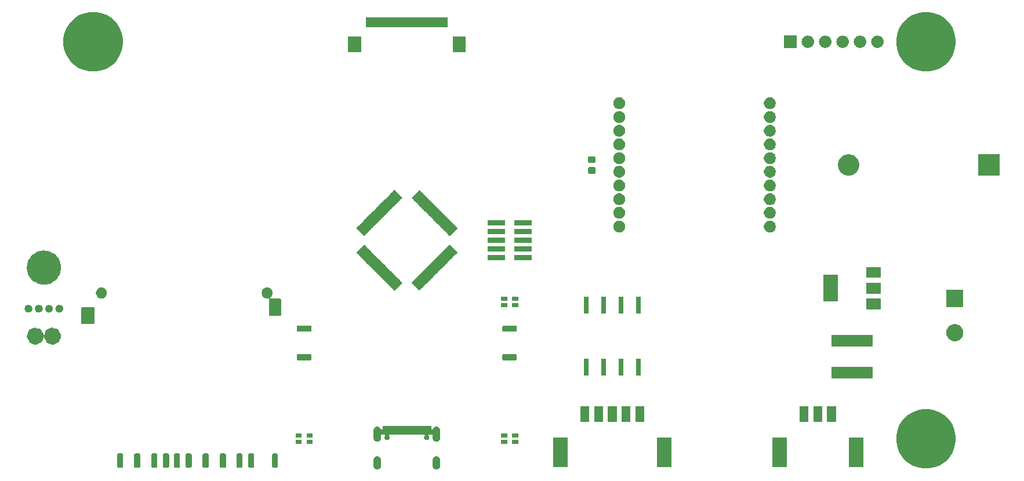
<source format=gbr>
G04 #@! TF.GenerationSoftware,KiCad,Pcbnew,(5.1.0)-1*
G04 #@! TF.CreationDate,2019-09-18T00:43:19-07:00*
G04 #@! TF.ProjectId,design,64657369-676e-42e6-9b69-6361645f7063,rev?*
G04 #@! TF.SameCoordinates,Original*
G04 #@! TF.FileFunction,Soldermask,Top*
G04 #@! TF.FilePolarity,Negative*
%FSLAX46Y46*%
G04 Gerber Fmt 4.6, Leading zero omitted, Abs format (unit mm)*
G04 Created by KiCad (PCBNEW (5.1.0)-1) date 2019-09-18 00:43:19*
%MOMM*%
%LPD*%
G04 APERTURE LIST*
%ADD10C,2.500000*%
%ADD11C,1.500000*%
%ADD12C,0.700000*%
%ADD13C,0.100000*%
G04 APERTURE END LIST*
D10*
X113250000Y-54000000D02*
G75*
G03X113250000Y-54000000I-1250000J0D01*
G01*
D11*
X111250000Y-64000000D02*
G75*
G03X111250000Y-64000000I-500000J0D01*
G01*
X113750000Y-64000000D02*
G75*
G03X113750000Y-64000000I-500000J0D01*
G01*
D12*
X110000000Y-60000000D02*
G75*
G03X110000000Y-60000000I-250000J0D01*
G01*
X111500000Y-60000000D02*
G75*
G03X111500000Y-60000000I-250000J0D01*
G01*
X113000000Y-60000000D02*
G75*
G03X113000000Y-60000000I-250000J0D01*
G01*
X114500000Y-60000000D02*
G75*
G03X114500000Y-60000000I-250000J0D01*
G01*
D13*
G36*
X160788014Y-81556973D02*
G01*
X160891878Y-81588479D01*
X160913035Y-81599788D01*
X160987599Y-81639643D01*
X160987601Y-81639644D01*
X160987600Y-81639644D01*
X161071501Y-81708499D01*
X161140356Y-81792400D01*
X161191521Y-81888121D01*
X161223027Y-81991985D01*
X161231000Y-82072933D01*
X161231000Y-82927067D01*
X161223027Y-83008015D01*
X161191521Y-83111879D01*
X161184226Y-83125526D01*
X161140357Y-83207600D01*
X161071501Y-83291501D01*
X160987600Y-83360357D01*
X160919055Y-83396995D01*
X160891879Y-83411521D01*
X160788015Y-83443027D01*
X160680000Y-83453666D01*
X160571986Y-83443027D01*
X160468122Y-83411521D01*
X160440946Y-83396995D01*
X160372401Y-83360357D01*
X160288500Y-83291501D01*
X160219644Y-83207600D01*
X160175775Y-83125526D01*
X160168480Y-83111879D01*
X160140773Y-83020543D01*
X160136973Y-83008016D01*
X160133098Y-82968674D01*
X160129000Y-82927067D01*
X160129000Y-82072934D01*
X160136973Y-81991986D01*
X160168479Y-81888122D01*
X160219644Y-81792400D01*
X160288499Y-81708499D01*
X160372400Y-81639644D01*
X160372399Y-81639644D01*
X160372401Y-81639643D01*
X160446964Y-81599788D01*
X160468121Y-81588479D01*
X160571985Y-81556973D01*
X160680000Y-81546334D01*
X160788014Y-81556973D01*
X160788014Y-81556973D01*
G37*
G36*
X169428014Y-81556973D02*
G01*
X169531878Y-81588479D01*
X169553035Y-81599788D01*
X169627599Y-81639643D01*
X169627601Y-81639644D01*
X169627600Y-81639644D01*
X169711501Y-81708499D01*
X169780356Y-81792400D01*
X169831521Y-81888121D01*
X169863027Y-81991985D01*
X169871000Y-82072933D01*
X169871000Y-82927067D01*
X169863027Y-83008015D01*
X169831521Y-83111879D01*
X169824226Y-83125526D01*
X169780357Y-83207600D01*
X169711501Y-83291501D01*
X169627600Y-83360357D01*
X169559055Y-83396995D01*
X169531879Y-83411521D01*
X169428015Y-83443027D01*
X169320000Y-83453666D01*
X169211986Y-83443027D01*
X169108122Y-83411521D01*
X169080946Y-83396995D01*
X169012401Y-83360357D01*
X168928500Y-83291501D01*
X168859644Y-83207600D01*
X168815775Y-83125526D01*
X168808480Y-83111879D01*
X168780773Y-83020543D01*
X168776973Y-83008016D01*
X168773098Y-82968674D01*
X168769000Y-82927067D01*
X168769000Y-82072934D01*
X168776973Y-81991986D01*
X168808479Y-81888122D01*
X168859644Y-81792400D01*
X168928499Y-81708499D01*
X169012400Y-81639644D01*
X169012399Y-81639644D01*
X169012401Y-81639643D01*
X169086964Y-81599788D01*
X169108121Y-81588479D01*
X169211985Y-81556973D01*
X169320000Y-81546334D01*
X169428014Y-81556973D01*
X169428014Y-81556973D01*
G37*
G36*
X241348156Y-74672794D02*
G01*
X242069140Y-74816206D01*
X242860972Y-75144193D01*
X243573601Y-75620357D01*
X244179643Y-76226399D01*
X244655807Y-76939028D01*
X244983794Y-77730860D01*
X245151000Y-78571464D01*
X245151000Y-79428536D01*
X244983794Y-80269140D01*
X244655807Y-81060972D01*
X244179643Y-81773601D01*
X243573601Y-82379643D01*
X242860972Y-82855807D01*
X242069140Y-83183794D01*
X241348156Y-83327206D01*
X241228537Y-83351000D01*
X240371463Y-83351000D01*
X240251844Y-83327206D01*
X239530860Y-83183794D01*
X238739028Y-82855807D01*
X238026399Y-82379643D01*
X237420357Y-81773601D01*
X236944193Y-81060972D01*
X236616206Y-80269140D01*
X236449000Y-79428536D01*
X236449000Y-78571464D01*
X236616206Y-77730860D01*
X236944193Y-76939028D01*
X237420357Y-76226399D01*
X238026399Y-75620357D01*
X238739028Y-75144193D01*
X239530860Y-74816206D01*
X240251844Y-74672794D01*
X240371463Y-74649000D01*
X241228537Y-74649000D01*
X241348156Y-74672794D01*
X241348156Y-74672794D01*
G37*
G36*
X140811266Y-81154119D02*
G01*
X140855343Y-81167490D01*
X140895966Y-81189204D01*
X140931574Y-81218426D01*
X140960796Y-81254034D01*
X140982510Y-81294657D01*
X140995881Y-81338734D01*
X141001000Y-81390714D01*
X141001000Y-83009286D01*
X140995881Y-83061266D01*
X140982510Y-83105343D01*
X140960796Y-83145966D01*
X140931574Y-83181574D01*
X140895966Y-83210796D01*
X140855343Y-83232510D01*
X140811266Y-83245881D01*
X140759286Y-83251000D01*
X140340714Y-83251000D01*
X140288734Y-83245881D01*
X140244657Y-83232510D01*
X140204034Y-83210796D01*
X140168426Y-83181574D01*
X140139204Y-83145966D01*
X140117490Y-83105343D01*
X140104119Y-83061266D01*
X140099000Y-83009286D01*
X140099000Y-81390714D01*
X140104119Y-81338734D01*
X140117490Y-81294657D01*
X140139204Y-81254034D01*
X140168426Y-81218426D01*
X140204034Y-81189204D01*
X140244657Y-81167490D01*
X140288734Y-81154119D01*
X140340714Y-81149000D01*
X140759286Y-81149000D01*
X140811266Y-81154119D01*
X140811266Y-81154119D01*
G37*
G36*
X123381266Y-81154119D02*
G01*
X123425343Y-81167490D01*
X123465966Y-81189204D01*
X123501574Y-81218426D01*
X123530796Y-81254034D01*
X123552510Y-81294657D01*
X123565881Y-81338734D01*
X123571000Y-81390714D01*
X123571000Y-83009286D01*
X123565881Y-83061266D01*
X123552510Y-83105343D01*
X123530796Y-83145966D01*
X123501574Y-83181574D01*
X123465966Y-83210796D01*
X123425343Y-83232510D01*
X123381266Y-83245881D01*
X123329286Y-83251000D01*
X122910714Y-83251000D01*
X122858734Y-83245881D01*
X122814657Y-83232510D01*
X122774034Y-83210796D01*
X122738426Y-83181574D01*
X122709204Y-83145966D01*
X122687490Y-83105343D01*
X122674119Y-83061266D01*
X122669000Y-83009286D01*
X122669000Y-81390714D01*
X122674119Y-81338734D01*
X122687490Y-81294657D01*
X122709204Y-81254034D01*
X122738426Y-81218426D01*
X122774034Y-81189204D01*
X122814657Y-81167490D01*
X122858734Y-81154119D01*
X122910714Y-81149000D01*
X123329286Y-81149000D01*
X123381266Y-81154119D01*
X123381266Y-81154119D01*
G37*
G36*
X125881266Y-81154119D02*
G01*
X125925343Y-81167490D01*
X125965966Y-81189204D01*
X126001574Y-81218426D01*
X126030796Y-81254034D01*
X126052510Y-81294657D01*
X126065881Y-81338734D01*
X126071000Y-81390714D01*
X126071000Y-83009286D01*
X126065881Y-83061266D01*
X126052510Y-83105343D01*
X126030796Y-83145966D01*
X126001574Y-83181574D01*
X125965966Y-83210796D01*
X125925343Y-83232510D01*
X125881266Y-83245881D01*
X125829286Y-83251000D01*
X125410714Y-83251000D01*
X125358734Y-83245881D01*
X125314657Y-83232510D01*
X125274034Y-83210796D01*
X125238426Y-83181574D01*
X125209204Y-83145966D01*
X125187490Y-83105343D01*
X125174119Y-83061266D01*
X125169000Y-83009286D01*
X125169000Y-81390714D01*
X125174119Y-81338734D01*
X125187490Y-81294657D01*
X125209204Y-81254034D01*
X125238426Y-81218426D01*
X125274034Y-81189204D01*
X125314657Y-81167490D01*
X125358734Y-81154119D01*
X125410714Y-81149000D01*
X125829286Y-81149000D01*
X125881266Y-81154119D01*
X125881266Y-81154119D01*
G37*
G36*
X128381266Y-81154119D02*
G01*
X128425343Y-81167490D01*
X128465966Y-81189204D01*
X128501574Y-81218426D01*
X128530796Y-81254034D01*
X128552510Y-81294657D01*
X128565881Y-81338734D01*
X128571000Y-81390714D01*
X128571000Y-83009286D01*
X128565881Y-83061266D01*
X128552510Y-83105343D01*
X128530796Y-83145966D01*
X128501574Y-83181574D01*
X128465966Y-83210796D01*
X128425343Y-83232510D01*
X128381266Y-83245881D01*
X128329286Y-83251000D01*
X127910714Y-83251000D01*
X127858734Y-83245881D01*
X127814657Y-83232510D01*
X127774034Y-83210796D01*
X127738426Y-83181574D01*
X127709204Y-83145966D01*
X127687490Y-83105343D01*
X127674119Y-83061266D01*
X127669000Y-83009286D01*
X127669000Y-81390714D01*
X127674119Y-81338734D01*
X127687490Y-81294657D01*
X127709204Y-81254034D01*
X127738426Y-81218426D01*
X127774034Y-81189204D01*
X127814657Y-81167490D01*
X127858734Y-81154119D01*
X127910714Y-81149000D01*
X128329286Y-81149000D01*
X128381266Y-81154119D01*
X128381266Y-81154119D01*
G37*
G36*
X130081266Y-81154119D02*
G01*
X130125343Y-81167490D01*
X130165966Y-81189204D01*
X130201574Y-81218426D01*
X130230796Y-81254034D01*
X130252510Y-81294657D01*
X130265881Y-81338734D01*
X130271000Y-81390714D01*
X130271000Y-83009286D01*
X130265881Y-83061266D01*
X130252510Y-83105343D01*
X130230796Y-83145966D01*
X130201574Y-83181574D01*
X130165966Y-83210796D01*
X130125343Y-83232510D01*
X130081266Y-83245881D01*
X130029286Y-83251000D01*
X129610714Y-83251000D01*
X129558734Y-83245881D01*
X129514657Y-83232510D01*
X129474034Y-83210796D01*
X129438426Y-83181574D01*
X129409204Y-83145966D01*
X129387490Y-83105343D01*
X129374119Y-83061266D01*
X129369000Y-83009286D01*
X129369000Y-81390714D01*
X129374119Y-81338734D01*
X129387490Y-81294657D01*
X129409204Y-81254034D01*
X129438426Y-81218426D01*
X129474034Y-81189204D01*
X129514657Y-81167490D01*
X129558734Y-81154119D01*
X129610714Y-81149000D01*
X130029286Y-81149000D01*
X130081266Y-81154119D01*
X130081266Y-81154119D01*
G37*
G36*
X131681266Y-81154119D02*
G01*
X131725343Y-81167490D01*
X131765966Y-81189204D01*
X131801574Y-81218426D01*
X131830796Y-81254034D01*
X131852510Y-81294657D01*
X131865881Y-81338734D01*
X131871000Y-81390714D01*
X131871000Y-83009286D01*
X131865881Y-83061266D01*
X131852510Y-83105343D01*
X131830796Y-83145966D01*
X131801574Y-83181574D01*
X131765966Y-83210796D01*
X131725343Y-83232510D01*
X131681266Y-83245881D01*
X131629286Y-83251000D01*
X131210714Y-83251000D01*
X131158734Y-83245881D01*
X131114657Y-83232510D01*
X131074034Y-83210796D01*
X131038426Y-83181574D01*
X131009204Y-83145966D01*
X130987490Y-83105343D01*
X130974119Y-83061266D01*
X130969000Y-83009286D01*
X130969000Y-81390714D01*
X130974119Y-81338734D01*
X130987490Y-81294657D01*
X131009204Y-81254034D01*
X131038426Y-81218426D01*
X131074034Y-81189204D01*
X131114657Y-81167490D01*
X131158734Y-81154119D01*
X131210714Y-81149000D01*
X131629286Y-81149000D01*
X131681266Y-81154119D01*
X131681266Y-81154119D01*
G37*
G36*
X133381266Y-81154119D02*
G01*
X133425343Y-81167490D01*
X133465966Y-81189204D01*
X133501574Y-81218426D01*
X133530796Y-81254034D01*
X133552510Y-81294657D01*
X133565881Y-81338734D01*
X133571000Y-81390714D01*
X133571000Y-83009286D01*
X133565881Y-83061266D01*
X133552510Y-83105343D01*
X133530796Y-83145966D01*
X133501574Y-83181574D01*
X133465966Y-83210796D01*
X133425343Y-83232510D01*
X133381266Y-83245881D01*
X133329286Y-83251000D01*
X132910714Y-83251000D01*
X132858734Y-83245881D01*
X132814657Y-83232510D01*
X132774034Y-83210796D01*
X132738426Y-83181574D01*
X132709204Y-83145966D01*
X132687490Y-83105343D01*
X132674119Y-83061266D01*
X132669000Y-83009286D01*
X132669000Y-81390714D01*
X132674119Y-81338734D01*
X132687490Y-81294657D01*
X132709204Y-81254034D01*
X132738426Y-81218426D01*
X132774034Y-81189204D01*
X132814657Y-81167490D01*
X132858734Y-81154119D01*
X132910714Y-81149000D01*
X133329286Y-81149000D01*
X133381266Y-81154119D01*
X133381266Y-81154119D01*
G37*
G36*
X135881266Y-81154119D02*
G01*
X135925343Y-81167490D01*
X135965966Y-81189204D01*
X136001574Y-81218426D01*
X136030796Y-81254034D01*
X136052510Y-81294657D01*
X136065881Y-81338734D01*
X136071000Y-81390714D01*
X136071000Y-83009286D01*
X136065881Y-83061266D01*
X136052510Y-83105343D01*
X136030796Y-83145966D01*
X136001574Y-83181574D01*
X135965966Y-83210796D01*
X135925343Y-83232510D01*
X135881266Y-83245881D01*
X135829286Y-83251000D01*
X135410714Y-83251000D01*
X135358734Y-83245881D01*
X135314657Y-83232510D01*
X135274034Y-83210796D01*
X135238426Y-83181574D01*
X135209204Y-83145966D01*
X135187490Y-83105343D01*
X135174119Y-83061266D01*
X135169000Y-83009286D01*
X135169000Y-81390714D01*
X135174119Y-81338734D01*
X135187490Y-81294657D01*
X135209204Y-81254034D01*
X135238426Y-81218426D01*
X135274034Y-81189204D01*
X135314657Y-81167490D01*
X135358734Y-81154119D01*
X135410714Y-81149000D01*
X135829286Y-81149000D01*
X135881266Y-81154119D01*
X135881266Y-81154119D01*
G37*
G36*
X138381266Y-81154119D02*
G01*
X138425343Y-81167490D01*
X138465966Y-81189204D01*
X138501574Y-81218426D01*
X138530796Y-81254034D01*
X138552510Y-81294657D01*
X138565881Y-81338734D01*
X138571000Y-81390714D01*
X138571000Y-83009286D01*
X138565881Y-83061266D01*
X138552510Y-83105343D01*
X138530796Y-83145966D01*
X138501574Y-83181574D01*
X138465966Y-83210796D01*
X138425343Y-83232510D01*
X138381266Y-83245881D01*
X138329286Y-83251000D01*
X137910714Y-83251000D01*
X137858734Y-83245881D01*
X137814657Y-83232510D01*
X137774034Y-83210796D01*
X137738426Y-83181574D01*
X137709204Y-83145966D01*
X137687490Y-83105343D01*
X137674119Y-83061266D01*
X137669000Y-83009286D01*
X137669000Y-81390714D01*
X137674119Y-81338734D01*
X137687490Y-81294657D01*
X137709204Y-81254034D01*
X137738426Y-81218426D01*
X137774034Y-81189204D01*
X137814657Y-81167490D01*
X137858734Y-81154119D01*
X137910714Y-81149000D01*
X138329286Y-81149000D01*
X138381266Y-81154119D01*
X138381266Y-81154119D01*
G37*
G36*
X142511266Y-81154119D02*
G01*
X142555343Y-81167490D01*
X142595966Y-81189204D01*
X142631574Y-81218426D01*
X142660796Y-81254034D01*
X142682510Y-81294657D01*
X142695881Y-81338734D01*
X142701000Y-81390714D01*
X142701000Y-83009286D01*
X142695881Y-83061266D01*
X142682510Y-83105343D01*
X142660796Y-83145966D01*
X142631574Y-83181574D01*
X142595966Y-83210796D01*
X142555343Y-83232510D01*
X142511266Y-83245881D01*
X142459286Y-83251000D01*
X142040714Y-83251000D01*
X141988734Y-83245881D01*
X141944657Y-83232510D01*
X141904034Y-83210796D01*
X141868426Y-83181574D01*
X141839204Y-83145966D01*
X141817490Y-83105343D01*
X141804119Y-83061266D01*
X141799000Y-83009286D01*
X141799000Y-81390714D01*
X141804119Y-81338734D01*
X141817490Y-81294657D01*
X141839204Y-81254034D01*
X141868426Y-81218426D01*
X141904034Y-81189204D01*
X141944657Y-81167490D01*
X141988734Y-81154119D01*
X142040714Y-81149000D01*
X142459286Y-81149000D01*
X142511266Y-81154119D01*
X142511266Y-81154119D01*
G37*
G36*
X145939202Y-81154407D02*
G01*
X145986091Y-81168631D01*
X146029305Y-81191730D01*
X146067184Y-81222816D01*
X146098270Y-81260695D01*
X146121369Y-81303909D01*
X146135593Y-81350798D01*
X146141000Y-81405702D01*
X146141000Y-82994298D01*
X146135593Y-83049202D01*
X146121369Y-83096091D01*
X146098270Y-83139305D01*
X146067184Y-83177184D01*
X146029305Y-83208270D01*
X145986091Y-83231369D01*
X145939202Y-83245593D01*
X145884298Y-83251000D01*
X145595702Y-83251000D01*
X145540798Y-83245593D01*
X145493909Y-83231369D01*
X145450695Y-83208270D01*
X145412816Y-83177184D01*
X145381730Y-83139305D01*
X145358631Y-83096091D01*
X145344407Y-83049202D01*
X145339000Y-82994298D01*
X145339000Y-81405702D01*
X145344407Y-81350798D01*
X145358631Y-81303909D01*
X145381730Y-81260695D01*
X145412816Y-81222816D01*
X145450695Y-81191730D01*
X145493909Y-81168631D01*
X145540798Y-81154407D01*
X145595702Y-81149000D01*
X145884298Y-81149000D01*
X145939202Y-81154407D01*
X145939202Y-81154407D01*
G37*
G36*
X231651000Y-83151000D02*
G01*
X229549000Y-83151000D01*
X229549000Y-78849000D01*
X231651000Y-78849000D01*
X231651000Y-83151000D01*
X231651000Y-83151000D01*
G37*
G36*
X220451000Y-83151000D02*
G01*
X218349000Y-83151000D01*
X218349000Y-78849000D01*
X220451000Y-78849000D01*
X220451000Y-83151000D01*
X220451000Y-83151000D01*
G37*
G36*
X203651000Y-83151000D02*
G01*
X201549000Y-83151000D01*
X201549000Y-78849000D01*
X203651000Y-78849000D01*
X203651000Y-83151000D01*
X203651000Y-83151000D01*
G37*
G36*
X188451000Y-83151000D02*
G01*
X186349000Y-83151000D01*
X186349000Y-78849000D01*
X188451000Y-78849000D01*
X188451000Y-83151000D01*
X188451000Y-83151000D01*
G37*
G36*
X151251000Y-79751000D02*
G01*
X150349000Y-79751000D01*
X150349000Y-79149000D01*
X151251000Y-79149000D01*
X151251000Y-79751000D01*
X151251000Y-79751000D01*
G37*
G36*
X179651000Y-79751000D02*
G01*
X178749000Y-79751000D01*
X178749000Y-79149000D01*
X179651000Y-79149000D01*
X179651000Y-79751000D01*
X179651000Y-79751000D01*
G37*
G36*
X181251000Y-79751000D02*
G01*
X180349000Y-79751000D01*
X180349000Y-79149000D01*
X181251000Y-79149000D01*
X181251000Y-79751000D01*
X181251000Y-79751000D01*
G37*
G36*
X149651000Y-79751000D02*
G01*
X148749000Y-79751000D01*
X148749000Y-79149000D01*
X149651000Y-79149000D01*
X149651000Y-79751000D01*
X149651000Y-79751000D01*
G37*
G36*
X168551000Y-77564245D02*
G01*
X168553402Y-77588631D01*
X168560515Y-77612080D01*
X168572066Y-77633691D01*
X168587611Y-77652633D01*
X168606553Y-77668178D01*
X168628164Y-77679729D01*
X168651613Y-77686842D01*
X168675999Y-77689244D01*
X168700385Y-77686842D01*
X168723834Y-77679729D01*
X168745445Y-77668178D01*
X168764387Y-77652633D01*
X168779932Y-77633691D01*
X168791483Y-77612080D01*
X168795609Y-77600548D01*
X168808479Y-77558122D01*
X168859644Y-77462400D01*
X168928499Y-77378499D01*
X169012400Y-77309644D01*
X169012399Y-77309644D01*
X169012401Y-77309643D01*
X169064093Y-77282013D01*
X169108121Y-77258479D01*
X169211985Y-77226973D01*
X169320000Y-77216334D01*
X169428014Y-77226973D01*
X169531878Y-77258479D01*
X169575907Y-77282013D01*
X169627599Y-77309643D01*
X169627601Y-77309644D01*
X169627600Y-77309644D01*
X169711501Y-77378499D01*
X169780356Y-77462400D01*
X169831521Y-77558121D01*
X169863027Y-77661985D01*
X169871000Y-77742933D01*
X169871000Y-78897067D01*
X169863027Y-78978015D01*
X169831521Y-79081879D01*
X169816995Y-79109055D01*
X169780357Y-79177600D01*
X169711501Y-79261501D01*
X169627600Y-79330357D01*
X169559055Y-79366995D01*
X169531879Y-79381521D01*
X169428015Y-79413027D01*
X169320000Y-79423666D01*
X169211986Y-79413027D01*
X169108122Y-79381521D01*
X169080946Y-79366995D01*
X169012401Y-79330357D01*
X168928500Y-79261501D01*
X168859644Y-79177600D01*
X168823006Y-79109055D01*
X168808480Y-79081879D01*
X168776974Y-78978015D01*
X168769001Y-78897067D01*
X168769001Y-78505996D01*
X168766599Y-78481613D01*
X168759486Y-78458164D01*
X168747935Y-78436553D01*
X168732390Y-78417611D01*
X168713448Y-78402066D01*
X168691837Y-78390515D01*
X168668388Y-78383402D01*
X168644002Y-78381000D01*
X168280420Y-78381000D01*
X168256034Y-78383402D01*
X168232585Y-78390515D01*
X168210974Y-78402066D01*
X168192032Y-78417611D01*
X168176487Y-78436553D01*
X168164936Y-78458164D01*
X168157823Y-78481613D01*
X168155421Y-78505999D01*
X168157823Y-78530385D01*
X168164936Y-78553834D01*
X168176487Y-78575445D01*
X168183795Y-78585298D01*
X168204146Y-78610096D01*
X168239060Y-78675415D01*
X168260560Y-78746290D01*
X168267819Y-78820000D01*
X168260560Y-78893710D01*
X168239060Y-78964585D01*
X168204146Y-79029904D01*
X168157159Y-79087159D01*
X168099904Y-79134146D01*
X168034585Y-79169060D01*
X167963710Y-79190560D01*
X167908472Y-79196000D01*
X167871528Y-79196000D01*
X167816290Y-79190560D01*
X167745415Y-79169060D01*
X167680096Y-79134146D01*
X167622841Y-79087159D01*
X167575854Y-79029904D01*
X167540940Y-78964585D01*
X167519440Y-78893710D01*
X167512181Y-78820000D01*
X167519440Y-78746290D01*
X167540940Y-78675415D01*
X167575854Y-78610096D01*
X167596205Y-78585298D01*
X167609819Y-78564924D01*
X167619196Y-78542285D01*
X167623977Y-78518252D01*
X167623977Y-78493747D01*
X167619197Y-78469714D01*
X167609820Y-78447075D01*
X167596206Y-78426701D01*
X167578879Y-78409374D01*
X167558505Y-78395760D01*
X167535866Y-78386383D01*
X167511833Y-78381602D01*
X167499580Y-78381000D01*
X162500420Y-78381000D01*
X162476034Y-78383402D01*
X162452585Y-78390515D01*
X162430974Y-78402066D01*
X162412032Y-78417611D01*
X162396487Y-78436553D01*
X162384936Y-78458164D01*
X162377823Y-78481613D01*
X162375421Y-78505999D01*
X162377823Y-78530385D01*
X162384936Y-78553834D01*
X162396487Y-78575445D01*
X162403795Y-78585298D01*
X162424146Y-78610096D01*
X162459060Y-78675415D01*
X162480560Y-78746290D01*
X162487819Y-78820000D01*
X162480560Y-78893710D01*
X162459060Y-78964585D01*
X162424146Y-79029904D01*
X162377159Y-79087159D01*
X162319904Y-79134146D01*
X162254585Y-79169060D01*
X162183710Y-79190560D01*
X162128472Y-79196000D01*
X162091528Y-79196000D01*
X162036290Y-79190560D01*
X161965415Y-79169060D01*
X161900096Y-79134146D01*
X161842841Y-79087159D01*
X161795854Y-79029904D01*
X161760940Y-78964585D01*
X161739440Y-78893710D01*
X161732181Y-78820000D01*
X161739440Y-78746290D01*
X161760940Y-78675415D01*
X161795854Y-78610096D01*
X161816205Y-78585298D01*
X161829819Y-78564924D01*
X161839196Y-78542285D01*
X161843977Y-78518252D01*
X161843977Y-78493747D01*
X161839197Y-78469714D01*
X161829820Y-78447075D01*
X161816206Y-78426701D01*
X161798879Y-78409374D01*
X161778505Y-78395760D01*
X161755866Y-78386383D01*
X161731833Y-78381602D01*
X161719580Y-78381000D01*
X161355999Y-78381000D01*
X161331613Y-78383402D01*
X161308164Y-78390515D01*
X161286553Y-78402066D01*
X161267611Y-78417611D01*
X161252066Y-78436553D01*
X161240515Y-78458164D01*
X161233402Y-78481613D01*
X161231000Y-78505999D01*
X161231000Y-78897067D01*
X161223027Y-78978015D01*
X161191521Y-79081879D01*
X161176995Y-79109055D01*
X161140357Y-79177600D01*
X161071501Y-79261501D01*
X160987600Y-79330357D01*
X160919055Y-79366995D01*
X160891879Y-79381521D01*
X160788015Y-79413027D01*
X160680000Y-79423666D01*
X160571986Y-79413027D01*
X160468122Y-79381521D01*
X160440946Y-79366995D01*
X160372401Y-79330357D01*
X160288500Y-79261501D01*
X160219644Y-79177600D01*
X160183006Y-79109055D01*
X160168480Y-79081879D01*
X160136974Y-78978015D01*
X160129001Y-78897067D01*
X160129000Y-77742934D01*
X160136973Y-77661986D01*
X160168479Y-77558122D01*
X160219644Y-77462400D01*
X160288499Y-77378499D01*
X160372400Y-77309644D01*
X160372399Y-77309644D01*
X160372401Y-77309643D01*
X160424093Y-77282013D01*
X160468121Y-77258479D01*
X160571985Y-77226973D01*
X160680000Y-77216334D01*
X160788014Y-77226973D01*
X160891878Y-77258479D01*
X160935907Y-77282013D01*
X160987599Y-77309643D01*
X160987601Y-77309644D01*
X160987600Y-77309644D01*
X161071501Y-77378499D01*
X161140356Y-77462400D01*
X161191521Y-77558121D01*
X161204388Y-77600538D01*
X161213762Y-77623168D01*
X161227375Y-77643542D01*
X161244702Y-77660869D01*
X161265077Y-77674483D01*
X161287716Y-77683861D01*
X161311749Y-77688641D01*
X161336253Y-77688641D01*
X161360286Y-77683861D01*
X161382925Y-77674483D01*
X161403299Y-77660870D01*
X161420626Y-77643543D01*
X161434240Y-77623168D01*
X161443618Y-77600529D01*
X161448398Y-77576496D01*
X161449000Y-77564244D01*
X161449000Y-77129000D01*
X168551000Y-77129000D01*
X168551000Y-77564245D01*
X168551000Y-77564245D01*
G37*
G36*
X179651000Y-78851000D02*
G01*
X178749000Y-78851000D01*
X178749000Y-78249000D01*
X179651000Y-78249000D01*
X179651000Y-78851000D01*
X179651000Y-78851000D01*
G37*
G36*
X151251000Y-78851000D02*
G01*
X150349000Y-78851000D01*
X150349000Y-78249000D01*
X151251000Y-78249000D01*
X151251000Y-78851000D01*
X151251000Y-78851000D01*
G37*
G36*
X149651000Y-78851000D02*
G01*
X148749000Y-78851000D01*
X148749000Y-78249000D01*
X149651000Y-78249000D01*
X149651000Y-78851000D01*
X149651000Y-78851000D01*
G37*
G36*
X181251000Y-78851000D02*
G01*
X180349000Y-78851000D01*
X180349000Y-78249000D01*
X181251000Y-78249000D01*
X181251000Y-78851000D01*
X181251000Y-78851000D01*
G37*
G36*
X225651000Y-76571000D02*
G01*
X224349000Y-76571000D01*
X224349000Y-74269000D01*
X225651000Y-74269000D01*
X225651000Y-76571000D01*
X225651000Y-76571000D01*
G37*
G36*
X193651000Y-76571000D02*
G01*
X192349000Y-76571000D01*
X192349000Y-74269000D01*
X193651000Y-74269000D01*
X193651000Y-76571000D01*
X193651000Y-76571000D01*
G37*
G36*
X199651000Y-76571000D02*
G01*
X198349000Y-76571000D01*
X198349000Y-74269000D01*
X199651000Y-74269000D01*
X199651000Y-76571000D01*
X199651000Y-76571000D01*
G37*
G36*
X197651000Y-76571000D02*
G01*
X196349000Y-76571000D01*
X196349000Y-74269000D01*
X197651000Y-74269000D01*
X197651000Y-76571000D01*
X197651000Y-76571000D01*
G37*
G36*
X195651000Y-76571000D02*
G01*
X194349000Y-76571000D01*
X194349000Y-74269000D01*
X195651000Y-74269000D01*
X195651000Y-76571000D01*
X195651000Y-76571000D01*
G37*
G36*
X191651000Y-76571000D02*
G01*
X190349000Y-76571000D01*
X190349000Y-74269000D01*
X191651000Y-74269000D01*
X191651000Y-76571000D01*
X191651000Y-76571000D01*
G37*
G36*
X223651000Y-76571000D02*
G01*
X222349000Y-76571000D01*
X222349000Y-74269000D01*
X223651000Y-74269000D01*
X223651000Y-76571000D01*
X223651000Y-76571000D01*
G37*
G36*
X227651000Y-76571000D02*
G01*
X226349000Y-76571000D01*
X226349000Y-74269000D01*
X227651000Y-74269000D01*
X227651000Y-76571000D01*
X227651000Y-76571000D01*
G37*
G36*
X233001000Y-70201000D02*
G01*
X226999000Y-70201000D01*
X226999000Y-68499000D01*
X233001000Y-68499000D01*
X233001000Y-70201000D01*
X233001000Y-70201000D01*
G37*
G36*
X194004867Y-67302004D02*
G01*
X194028292Y-67309110D01*
X194049889Y-67320654D01*
X194068814Y-67336186D01*
X194084346Y-67355111D01*
X194095890Y-67376708D01*
X194102996Y-67400133D01*
X194106000Y-67430638D01*
X194106000Y-69619362D01*
X194102996Y-69649867D01*
X194095890Y-69673292D01*
X194084346Y-69694889D01*
X194068814Y-69713814D01*
X194049889Y-69729346D01*
X194028292Y-69740890D01*
X194004867Y-69747996D01*
X193974362Y-69751000D01*
X193485638Y-69751000D01*
X193455133Y-69747996D01*
X193431708Y-69740890D01*
X193410111Y-69729346D01*
X193391186Y-69713814D01*
X193375654Y-69694889D01*
X193364110Y-69673292D01*
X193357004Y-69649867D01*
X193354000Y-69619362D01*
X193354000Y-67430638D01*
X193357004Y-67400133D01*
X193364110Y-67376708D01*
X193375654Y-67355111D01*
X193391186Y-67336186D01*
X193410111Y-67320654D01*
X193431708Y-67309110D01*
X193455133Y-67302004D01*
X193485638Y-67299000D01*
X193974362Y-67299000D01*
X194004867Y-67302004D01*
X194004867Y-67302004D01*
G37*
G36*
X191464867Y-67302004D02*
G01*
X191488292Y-67309110D01*
X191509889Y-67320654D01*
X191528814Y-67336186D01*
X191544346Y-67355111D01*
X191555890Y-67376708D01*
X191562996Y-67400133D01*
X191566000Y-67430638D01*
X191566000Y-69619362D01*
X191562996Y-69649867D01*
X191555890Y-69673292D01*
X191544346Y-69694889D01*
X191528814Y-69713814D01*
X191509889Y-69729346D01*
X191488292Y-69740890D01*
X191464867Y-69747996D01*
X191434362Y-69751000D01*
X190945638Y-69751000D01*
X190915133Y-69747996D01*
X190891708Y-69740890D01*
X190870111Y-69729346D01*
X190851186Y-69713814D01*
X190835654Y-69694889D01*
X190824110Y-69673292D01*
X190817004Y-69649867D01*
X190814000Y-69619362D01*
X190814000Y-67430638D01*
X190817004Y-67400133D01*
X190824110Y-67376708D01*
X190835654Y-67355111D01*
X190851186Y-67336186D01*
X190870111Y-67320654D01*
X190891708Y-67309110D01*
X190915133Y-67302004D01*
X190945638Y-67299000D01*
X191434362Y-67299000D01*
X191464867Y-67302004D01*
X191464867Y-67302004D01*
G37*
G36*
X196544867Y-67302004D02*
G01*
X196568292Y-67309110D01*
X196589889Y-67320654D01*
X196608814Y-67336186D01*
X196624346Y-67355111D01*
X196635890Y-67376708D01*
X196642996Y-67400133D01*
X196646000Y-67430638D01*
X196646000Y-69619362D01*
X196642996Y-69649867D01*
X196635890Y-69673292D01*
X196624346Y-69694889D01*
X196608814Y-69713814D01*
X196589889Y-69729346D01*
X196568292Y-69740890D01*
X196544867Y-69747996D01*
X196514362Y-69751000D01*
X196025638Y-69751000D01*
X195995133Y-69747996D01*
X195971708Y-69740890D01*
X195950111Y-69729346D01*
X195931186Y-69713814D01*
X195915654Y-69694889D01*
X195904110Y-69673292D01*
X195897004Y-69649867D01*
X195894000Y-69619362D01*
X195894000Y-67430638D01*
X195897004Y-67400133D01*
X195904110Y-67376708D01*
X195915654Y-67355111D01*
X195931186Y-67336186D01*
X195950111Y-67320654D01*
X195971708Y-67309110D01*
X195995133Y-67302004D01*
X196025638Y-67299000D01*
X196514362Y-67299000D01*
X196544867Y-67302004D01*
X196544867Y-67302004D01*
G37*
G36*
X199084867Y-67302004D02*
G01*
X199108292Y-67309110D01*
X199129889Y-67320654D01*
X199148814Y-67336186D01*
X199164346Y-67355111D01*
X199175890Y-67376708D01*
X199182996Y-67400133D01*
X199186000Y-67430638D01*
X199186000Y-69619362D01*
X199182996Y-69649867D01*
X199175890Y-69673292D01*
X199164346Y-69694889D01*
X199148814Y-69713814D01*
X199129889Y-69729346D01*
X199108292Y-69740890D01*
X199084867Y-69747996D01*
X199054362Y-69751000D01*
X198565638Y-69751000D01*
X198535133Y-69747996D01*
X198511708Y-69740890D01*
X198490111Y-69729346D01*
X198471186Y-69713814D01*
X198455654Y-69694889D01*
X198444110Y-69673292D01*
X198437004Y-69649867D01*
X198434000Y-69619362D01*
X198434000Y-67430638D01*
X198437004Y-67400133D01*
X198444110Y-67376708D01*
X198455654Y-67355111D01*
X198471186Y-67336186D01*
X198490111Y-67320654D01*
X198511708Y-67309110D01*
X198535133Y-67302004D01*
X198565638Y-67299000D01*
X199054362Y-67299000D01*
X199084867Y-67302004D01*
X199084867Y-67302004D01*
G37*
G36*
X180919683Y-66652725D02*
G01*
X180950143Y-66661966D01*
X180978223Y-66676974D01*
X181002831Y-66697169D01*
X181023026Y-66721777D01*
X181038034Y-66749857D01*
X181047275Y-66780317D01*
X181051000Y-66818140D01*
X181051000Y-67381860D01*
X181047275Y-67419683D01*
X181038034Y-67450143D01*
X181023026Y-67478223D01*
X181002831Y-67502831D01*
X180978223Y-67523026D01*
X180950143Y-67538034D01*
X180919683Y-67547275D01*
X180881860Y-67551000D01*
X179118140Y-67551000D01*
X179080317Y-67547275D01*
X179049857Y-67538034D01*
X179021777Y-67523026D01*
X178997169Y-67502831D01*
X178976974Y-67478223D01*
X178961966Y-67450143D01*
X178952725Y-67419683D01*
X178949000Y-67381860D01*
X178949000Y-66818140D01*
X178952725Y-66780317D01*
X178961966Y-66749857D01*
X178976974Y-66721777D01*
X178997169Y-66697169D01*
X179021777Y-66676974D01*
X179049857Y-66661966D01*
X179080317Y-66652725D01*
X179118140Y-66649000D01*
X180881860Y-66649000D01*
X180919683Y-66652725D01*
X180919683Y-66652725D01*
G37*
G36*
X150919683Y-66652725D02*
G01*
X150950143Y-66661966D01*
X150978223Y-66676974D01*
X151002831Y-66697169D01*
X151023026Y-66721777D01*
X151038034Y-66749857D01*
X151047275Y-66780317D01*
X151051000Y-66818140D01*
X151051000Y-67381860D01*
X151047275Y-67419683D01*
X151038034Y-67450143D01*
X151023026Y-67478223D01*
X151002831Y-67502831D01*
X150978223Y-67523026D01*
X150950143Y-67538034D01*
X150919683Y-67547275D01*
X150881860Y-67551000D01*
X149118140Y-67551000D01*
X149080317Y-67547275D01*
X149049857Y-67538034D01*
X149021777Y-67523026D01*
X148997169Y-67502831D01*
X148976974Y-67478223D01*
X148961966Y-67450143D01*
X148952725Y-67419683D01*
X148949000Y-67381860D01*
X148949000Y-66818140D01*
X148952725Y-66780317D01*
X148961966Y-66749857D01*
X148976974Y-66721777D01*
X148997169Y-66697169D01*
X149021777Y-66676974D01*
X149049857Y-66661966D01*
X149080317Y-66652725D01*
X149118140Y-66649000D01*
X150881860Y-66649000D01*
X150919683Y-66652725D01*
X150919683Y-66652725D01*
G37*
G36*
X233001000Y-65501000D02*
G01*
X226999000Y-65501000D01*
X226999000Y-63799000D01*
X233001000Y-63799000D01*
X233001000Y-65501000D01*
X233001000Y-65501000D01*
G37*
G36*
X245364903Y-62297075D02*
G01*
X245592571Y-62391378D01*
X245797466Y-62528285D01*
X245971715Y-62702534D01*
X245971716Y-62702536D01*
X246108623Y-62907431D01*
X246202925Y-63135097D01*
X246242457Y-63333835D01*
X246251000Y-63376787D01*
X246251000Y-63623213D01*
X246202925Y-63864903D01*
X246108622Y-64092571D01*
X245971715Y-64297466D01*
X245797466Y-64471715D01*
X245592571Y-64608622D01*
X245592570Y-64608623D01*
X245592569Y-64608623D01*
X245364903Y-64702925D01*
X245123214Y-64751000D01*
X244876786Y-64751000D01*
X244635097Y-64702925D01*
X244407431Y-64608623D01*
X244407430Y-64608623D01*
X244407429Y-64608622D01*
X244202534Y-64471715D01*
X244028285Y-64297466D01*
X243891378Y-64092571D01*
X243797075Y-63864903D01*
X243749000Y-63623213D01*
X243749000Y-63376787D01*
X243757544Y-63333835D01*
X243797075Y-63135097D01*
X243891377Y-62907431D01*
X244028284Y-62702536D01*
X244028285Y-62702534D01*
X244202534Y-62528285D01*
X244407429Y-62391378D01*
X244635097Y-62297075D01*
X244876786Y-62249000D01*
X245123214Y-62249000D01*
X245364903Y-62297075D01*
X245364903Y-62297075D01*
G37*
G36*
X180919683Y-62452725D02*
G01*
X180950143Y-62461966D01*
X180978223Y-62476974D01*
X181002831Y-62497169D01*
X181023026Y-62521777D01*
X181038034Y-62549857D01*
X181047275Y-62580317D01*
X181051000Y-62618140D01*
X181051000Y-63181860D01*
X181047275Y-63219683D01*
X181038034Y-63250143D01*
X181023026Y-63278223D01*
X181002831Y-63302831D01*
X180978223Y-63323026D01*
X180950143Y-63338034D01*
X180919683Y-63347275D01*
X180881860Y-63351000D01*
X179118140Y-63351000D01*
X179080317Y-63347275D01*
X179049857Y-63338034D01*
X179021777Y-63323026D01*
X178997169Y-63302831D01*
X178976974Y-63278223D01*
X178961966Y-63250143D01*
X178952725Y-63219683D01*
X178949000Y-63181860D01*
X178949000Y-62618140D01*
X178952725Y-62580317D01*
X178961966Y-62549857D01*
X178976974Y-62521777D01*
X178997169Y-62497169D01*
X179021777Y-62476974D01*
X179049857Y-62461966D01*
X179080317Y-62452725D01*
X179118140Y-62449000D01*
X180881860Y-62449000D01*
X180919683Y-62452725D01*
X180919683Y-62452725D01*
G37*
G36*
X150919683Y-62452725D02*
G01*
X150950143Y-62461966D01*
X150978223Y-62476974D01*
X151002831Y-62497169D01*
X151023026Y-62521777D01*
X151038034Y-62549857D01*
X151047275Y-62580317D01*
X151051000Y-62618140D01*
X151051000Y-63181860D01*
X151047275Y-63219683D01*
X151038034Y-63250143D01*
X151023026Y-63278223D01*
X151002831Y-63302831D01*
X150978223Y-63323026D01*
X150950143Y-63338034D01*
X150919683Y-63347275D01*
X150881860Y-63351000D01*
X149118140Y-63351000D01*
X149080317Y-63347275D01*
X149049857Y-63338034D01*
X149021777Y-63323026D01*
X148997169Y-63302831D01*
X148976974Y-63278223D01*
X148961966Y-63250143D01*
X148952725Y-63219683D01*
X148949000Y-63181860D01*
X148949000Y-62618140D01*
X148952725Y-62580317D01*
X148961966Y-62549857D01*
X148976974Y-62521777D01*
X148997169Y-62497169D01*
X149021777Y-62476974D01*
X149049857Y-62461966D01*
X149080317Y-62452725D01*
X149118140Y-62449000D01*
X150881860Y-62449000D01*
X150919683Y-62452725D01*
X150919683Y-62452725D01*
G37*
G36*
X119210723Y-59752939D02*
G01*
X119243280Y-59762815D01*
X119273276Y-59778848D01*
X119299572Y-59800428D01*
X119321152Y-59826724D01*
X119337185Y-59856720D01*
X119347061Y-59889277D01*
X119351000Y-59929269D01*
X119351000Y-62070731D01*
X119347061Y-62110723D01*
X119337185Y-62143280D01*
X119321152Y-62173276D01*
X119299572Y-62199572D01*
X119273276Y-62221152D01*
X119243280Y-62237185D01*
X119210723Y-62247061D01*
X119170731Y-62251000D01*
X117629269Y-62251000D01*
X117589277Y-62247061D01*
X117556720Y-62237185D01*
X117526724Y-62221152D01*
X117500428Y-62199572D01*
X117478848Y-62173276D01*
X117462815Y-62143280D01*
X117452939Y-62110723D01*
X117449000Y-62070731D01*
X117449000Y-59929269D01*
X117452939Y-59889277D01*
X117462815Y-59856720D01*
X117478848Y-59826724D01*
X117500428Y-59800428D01*
X117526724Y-59778848D01*
X117556720Y-59762815D01*
X117589277Y-59752939D01*
X117629269Y-59749000D01*
X119170731Y-59749000D01*
X119210723Y-59752939D01*
X119210723Y-59752939D01*
G37*
G36*
X144833642Y-56929781D02*
G01*
X144979414Y-56990162D01*
X144979416Y-56990163D01*
X145110608Y-57077822D01*
X145222178Y-57189392D01*
X145309837Y-57320584D01*
X145309838Y-57320586D01*
X145370219Y-57466358D01*
X145401000Y-57621107D01*
X145401000Y-57778893D01*
X145370219Y-57933642D01*
X145309838Y-58079414D01*
X145309837Y-58079416D01*
X145222178Y-58210608D01*
X145110608Y-58322178D01*
X145110605Y-58322180D01*
X145107917Y-58324868D01*
X145094824Y-58335613D01*
X145079278Y-58354555D01*
X145067727Y-58376166D01*
X145060614Y-58399614D01*
X145058212Y-58424001D01*
X145060614Y-58448387D01*
X145067727Y-58471836D01*
X145079278Y-58493446D01*
X145094823Y-58512388D01*
X145113765Y-58527934D01*
X145135376Y-58539485D01*
X145158824Y-58546598D01*
X145183211Y-58549000D01*
X146468216Y-58549000D01*
X146508698Y-58552987D01*
X146541724Y-58563005D01*
X146572159Y-58579273D01*
X146598835Y-58601165D01*
X146620727Y-58627841D01*
X146636995Y-58658276D01*
X146647013Y-58691302D01*
X146651000Y-58731784D01*
X146651000Y-60868216D01*
X146647013Y-60908698D01*
X146636995Y-60941724D01*
X146620727Y-60972159D01*
X146598835Y-60998835D01*
X146572159Y-61020727D01*
X146541724Y-61036995D01*
X146508698Y-61047013D01*
X146468216Y-61051000D01*
X145031784Y-61051000D01*
X144991302Y-61047013D01*
X144958276Y-61036995D01*
X144927841Y-61020727D01*
X144901165Y-60998835D01*
X144879273Y-60972159D01*
X144863005Y-60941724D01*
X144852987Y-60908698D01*
X144849000Y-60868216D01*
X144849000Y-58731784D01*
X144852987Y-58691300D01*
X144865062Y-58651494D01*
X144869842Y-58627461D01*
X144869842Y-58602957D01*
X144865061Y-58578924D01*
X144855684Y-58556285D01*
X144842070Y-58535911D01*
X144824743Y-58518584D01*
X144804368Y-58504970D01*
X144781729Y-58495593D01*
X144757696Y-58490813D01*
X144721060Y-58492613D01*
X144678894Y-58501000D01*
X144521107Y-58501000D01*
X144366358Y-58470219D01*
X144220586Y-58409838D01*
X144220585Y-58409838D01*
X144220584Y-58409837D01*
X144089392Y-58322178D01*
X143977822Y-58210608D01*
X143890163Y-58079416D01*
X143890162Y-58079414D01*
X143829781Y-57933642D01*
X143799000Y-57778893D01*
X143799000Y-57621107D01*
X143829781Y-57466358D01*
X143890162Y-57320586D01*
X143890163Y-57320584D01*
X143977822Y-57189392D01*
X144089392Y-57077822D01*
X144220584Y-56990163D01*
X144220586Y-56990162D01*
X144366358Y-56929781D01*
X144521107Y-56899000D01*
X144678893Y-56899000D01*
X144833642Y-56929781D01*
X144833642Y-56929781D01*
G37*
G36*
X194004867Y-58252004D02*
G01*
X194028292Y-58259110D01*
X194049889Y-58270654D01*
X194068814Y-58286186D01*
X194084346Y-58305111D01*
X194095890Y-58326708D01*
X194102996Y-58350133D01*
X194106000Y-58380638D01*
X194106000Y-60569362D01*
X194102996Y-60599867D01*
X194095890Y-60623292D01*
X194084346Y-60644889D01*
X194068814Y-60663814D01*
X194049889Y-60679346D01*
X194028292Y-60690890D01*
X194004867Y-60697996D01*
X193974362Y-60701000D01*
X193485638Y-60701000D01*
X193455133Y-60697996D01*
X193431708Y-60690890D01*
X193410111Y-60679346D01*
X193391186Y-60663814D01*
X193375654Y-60644889D01*
X193364110Y-60623292D01*
X193357004Y-60599867D01*
X193354000Y-60569362D01*
X193354000Y-58380638D01*
X193357004Y-58350133D01*
X193364110Y-58326708D01*
X193375654Y-58305111D01*
X193391186Y-58286186D01*
X193410111Y-58270654D01*
X193431708Y-58259110D01*
X193455133Y-58252004D01*
X193485638Y-58249000D01*
X193974362Y-58249000D01*
X194004867Y-58252004D01*
X194004867Y-58252004D01*
G37*
G36*
X199084867Y-58252004D02*
G01*
X199108292Y-58259110D01*
X199129889Y-58270654D01*
X199148814Y-58286186D01*
X199164346Y-58305111D01*
X199175890Y-58326708D01*
X199182996Y-58350133D01*
X199186000Y-58380638D01*
X199186000Y-60569362D01*
X199182996Y-60599867D01*
X199175890Y-60623292D01*
X199164346Y-60644889D01*
X199148814Y-60663814D01*
X199129889Y-60679346D01*
X199108292Y-60690890D01*
X199084867Y-60697996D01*
X199054362Y-60701000D01*
X198565638Y-60701000D01*
X198535133Y-60697996D01*
X198511708Y-60690890D01*
X198490111Y-60679346D01*
X198471186Y-60663814D01*
X198455654Y-60644889D01*
X198444110Y-60623292D01*
X198437004Y-60599867D01*
X198434000Y-60569362D01*
X198434000Y-58380638D01*
X198437004Y-58350133D01*
X198444110Y-58326708D01*
X198455654Y-58305111D01*
X198471186Y-58286186D01*
X198490111Y-58270654D01*
X198511708Y-58259110D01*
X198535133Y-58252004D01*
X198565638Y-58249000D01*
X199054362Y-58249000D01*
X199084867Y-58252004D01*
X199084867Y-58252004D01*
G37*
G36*
X196544867Y-58252004D02*
G01*
X196568292Y-58259110D01*
X196589889Y-58270654D01*
X196608814Y-58286186D01*
X196624346Y-58305111D01*
X196635890Y-58326708D01*
X196642996Y-58350133D01*
X196646000Y-58380638D01*
X196646000Y-60569362D01*
X196642996Y-60599867D01*
X196635890Y-60623292D01*
X196624346Y-60644889D01*
X196608814Y-60663814D01*
X196589889Y-60679346D01*
X196568292Y-60690890D01*
X196544867Y-60697996D01*
X196514362Y-60701000D01*
X196025638Y-60701000D01*
X195995133Y-60697996D01*
X195971708Y-60690890D01*
X195950111Y-60679346D01*
X195931186Y-60663814D01*
X195915654Y-60644889D01*
X195904110Y-60623292D01*
X195897004Y-60599867D01*
X195894000Y-60569362D01*
X195894000Y-58380638D01*
X195897004Y-58350133D01*
X195904110Y-58326708D01*
X195915654Y-58305111D01*
X195931186Y-58286186D01*
X195950111Y-58270654D01*
X195971708Y-58259110D01*
X195995133Y-58252004D01*
X196025638Y-58249000D01*
X196514362Y-58249000D01*
X196544867Y-58252004D01*
X196544867Y-58252004D01*
G37*
G36*
X191464867Y-58252004D02*
G01*
X191488292Y-58259110D01*
X191509889Y-58270654D01*
X191528814Y-58286186D01*
X191544346Y-58305111D01*
X191555890Y-58326708D01*
X191562996Y-58350133D01*
X191566000Y-58380638D01*
X191566000Y-60569362D01*
X191562996Y-60599867D01*
X191555890Y-60623292D01*
X191544346Y-60644889D01*
X191528814Y-60663814D01*
X191509889Y-60679346D01*
X191488292Y-60690890D01*
X191464867Y-60697996D01*
X191434362Y-60701000D01*
X190945638Y-60701000D01*
X190915133Y-60697996D01*
X190891708Y-60690890D01*
X190870111Y-60679346D01*
X190851186Y-60663814D01*
X190835654Y-60644889D01*
X190824110Y-60623292D01*
X190817004Y-60599867D01*
X190814000Y-60569362D01*
X190814000Y-58380638D01*
X190817004Y-58350133D01*
X190824110Y-58326708D01*
X190835654Y-58305111D01*
X190851186Y-58286186D01*
X190870111Y-58270654D01*
X190891708Y-58259110D01*
X190915133Y-58252004D01*
X190945638Y-58249000D01*
X191434362Y-58249000D01*
X191464867Y-58252004D01*
X191464867Y-58252004D01*
G37*
G36*
X234201000Y-60101000D02*
G01*
X232099000Y-60101000D01*
X232099000Y-58499000D01*
X234201000Y-58499000D01*
X234201000Y-60101000D01*
X234201000Y-60101000D01*
G37*
G36*
X246251000Y-59751000D02*
G01*
X243749000Y-59751000D01*
X243749000Y-57249000D01*
X246251000Y-57249000D01*
X246251000Y-59751000D01*
X246251000Y-59751000D01*
G37*
G36*
X179651000Y-59751000D02*
G01*
X178749000Y-59751000D01*
X178749000Y-59149000D01*
X179651000Y-59149000D01*
X179651000Y-59751000D01*
X179651000Y-59751000D01*
G37*
G36*
X181251000Y-59751000D02*
G01*
X180349000Y-59751000D01*
X180349000Y-59149000D01*
X181251000Y-59149000D01*
X181251000Y-59751000D01*
X181251000Y-59751000D01*
G37*
G36*
X227901000Y-58951000D02*
G01*
X225799000Y-58951000D01*
X225799000Y-55049000D01*
X227901000Y-55049000D01*
X227901000Y-58951000D01*
X227901000Y-58951000D01*
G37*
G36*
X181251000Y-58851000D02*
G01*
X180349000Y-58851000D01*
X180349000Y-58249000D01*
X181251000Y-58249000D01*
X181251000Y-58851000D01*
X181251000Y-58851000D01*
G37*
G36*
X179651000Y-58851000D02*
G01*
X178749000Y-58851000D01*
X178749000Y-58249000D01*
X179651000Y-58249000D01*
X179651000Y-58851000D01*
X179651000Y-58851000D01*
G37*
G36*
X120633642Y-56929781D02*
G01*
X120779414Y-56990162D01*
X120779416Y-56990163D01*
X120910608Y-57077822D01*
X121022178Y-57189392D01*
X121109837Y-57320584D01*
X121109838Y-57320586D01*
X121170219Y-57466358D01*
X121201000Y-57621107D01*
X121201000Y-57778893D01*
X121170219Y-57933642D01*
X121109838Y-58079414D01*
X121109837Y-58079416D01*
X121022178Y-58210608D01*
X120910608Y-58322178D01*
X120779416Y-58409837D01*
X120779415Y-58409838D01*
X120779414Y-58409838D01*
X120633642Y-58470219D01*
X120478893Y-58501000D01*
X120321107Y-58501000D01*
X120166358Y-58470219D01*
X120020586Y-58409838D01*
X120020585Y-58409838D01*
X120020584Y-58409837D01*
X119889392Y-58322178D01*
X119777822Y-58210608D01*
X119690163Y-58079416D01*
X119690162Y-58079414D01*
X119629781Y-57933642D01*
X119599000Y-57778893D01*
X119599000Y-57621107D01*
X119629781Y-57466358D01*
X119690162Y-57320586D01*
X119690163Y-57320584D01*
X119777822Y-57189392D01*
X119889392Y-57077822D01*
X120020584Y-56990163D01*
X120020586Y-56990162D01*
X120166358Y-56929781D01*
X120321107Y-56899000D01*
X120478893Y-56899000D01*
X120633642Y-56929781D01*
X120633642Y-56929781D01*
G37*
G36*
X234201000Y-57801000D02*
G01*
X232099000Y-57801000D01*
X232099000Y-56199000D01*
X234201000Y-56199000D01*
X234201000Y-57801000D01*
X234201000Y-57801000D01*
G37*
G36*
X171229834Y-50652045D02*
G01*
X171236849Y-50654173D01*
X171243315Y-50657630D01*
X171253749Y-50666192D01*
X172359470Y-51771913D01*
X172368032Y-51782347D01*
X172371489Y-51788813D01*
X172373617Y-51795828D01*
X172374335Y-51803123D01*
X172373617Y-51810418D01*
X172371489Y-51817433D01*
X172368032Y-51823899D01*
X172359470Y-51834333D01*
X172137633Y-52056170D01*
X172127199Y-52064732D01*
X172120733Y-52068189D01*
X172105796Y-52072720D01*
X172083157Y-52082098D01*
X172062783Y-52095712D01*
X172045456Y-52113039D01*
X172031843Y-52133414D01*
X172022467Y-52156049D01*
X172017936Y-52170986D01*
X172014479Y-52177452D01*
X172005917Y-52187886D01*
X171784080Y-52409723D01*
X171773646Y-52418285D01*
X171767180Y-52421742D01*
X171752243Y-52426273D01*
X171729604Y-52435651D01*
X171709230Y-52449265D01*
X171691903Y-52466592D01*
X171678290Y-52486967D01*
X171668914Y-52509602D01*
X171664383Y-52524539D01*
X171660926Y-52531005D01*
X171652364Y-52541439D01*
X171430527Y-52763276D01*
X171420093Y-52771838D01*
X171413626Y-52775295D01*
X171398690Y-52779826D01*
X171376051Y-52789203D01*
X171355677Y-52802817D01*
X171338350Y-52820144D01*
X171324736Y-52840519D01*
X171315360Y-52863156D01*
X171310829Y-52878092D01*
X171307372Y-52884559D01*
X171298810Y-52894993D01*
X171076973Y-53116830D01*
X171066539Y-53125392D01*
X171060073Y-53128849D01*
X171045136Y-53133380D01*
X171022497Y-53142758D01*
X171002123Y-53156372D01*
X170984796Y-53173699D01*
X170971183Y-53194074D01*
X170961807Y-53216709D01*
X170957276Y-53231646D01*
X170953819Y-53238112D01*
X170945257Y-53248546D01*
X170723420Y-53470383D01*
X170712986Y-53478945D01*
X170706519Y-53482402D01*
X170691583Y-53486933D01*
X170668944Y-53496310D01*
X170648570Y-53509924D01*
X170631243Y-53527251D01*
X170617629Y-53547626D01*
X170608253Y-53570263D01*
X170603722Y-53585199D01*
X170600265Y-53591666D01*
X170591703Y-53602100D01*
X170369866Y-53823937D01*
X170359432Y-53832499D01*
X170352966Y-53835956D01*
X170338029Y-53840487D01*
X170315390Y-53849865D01*
X170295016Y-53863479D01*
X170277689Y-53880806D01*
X170264076Y-53901181D01*
X170254700Y-53923816D01*
X170250169Y-53938753D01*
X170246712Y-53945219D01*
X170238150Y-53955653D01*
X170016313Y-54177490D01*
X170005879Y-54186052D01*
X169999413Y-54189509D01*
X169984476Y-54194040D01*
X169961837Y-54203418D01*
X169941463Y-54217032D01*
X169924136Y-54234359D01*
X169910523Y-54254734D01*
X169901147Y-54277369D01*
X169896616Y-54292306D01*
X169893159Y-54298772D01*
X169884597Y-54309206D01*
X169662760Y-54531043D01*
X169652326Y-54539605D01*
X169645859Y-54543062D01*
X169630923Y-54547593D01*
X169608284Y-54556970D01*
X169587910Y-54570584D01*
X169570583Y-54587911D01*
X169556969Y-54608286D01*
X169547593Y-54630923D01*
X169543062Y-54645859D01*
X169539605Y-54652326D01*
X169531043Y-54662760D01*
X169309206Y-54884597D01*
X169298772Y-54893159D01*
X169292306Y-54896616D01*
X169277369Y-54901147D01*
X169254730Y-54910525D01*
X169234356Y-54924139D01*
X169217029Y-54941466D01*
X169203416Y-54961841D01*
X169194040Y-54984476D01*
X169189509Y-54999413D01*
X169186052Y-55005879D01*
X169177490Y-55016313D01*
X168955653Y-55238150D01*
X168945219Y-55246712D01*
X168938753Y-55250169D01*
X168923816Y-55254700D01*
X168901177Y-55264078D01*
X168880803Y-55277692D01*
X168863476Y-55295019D01*
X168849863Y-55315394D01*
X168840487Y-55338029D01*
X168835956Y-55352966D01*
X168832499Y-55359432D01*
X168823937Y-55369866D01*
X168602100Y-55591703D01*
X168591666Y-55600265D01*
X168585199Y-55603722D01*
X168570263Y-55608253D01*
X168547624Y-55617630D01*
X168527250Y-55631244D01*
X168509923Y-55648571D01*
X168496309Y-55668946D01*
X168486933Y-55691583D01*
X168482402Y-55706519D01*
X168478945Y-55712986D01*
X168470383Y-55723420D01*
X168248546Y-55945257D01*
X168238112Y-55953819D01*
X168231646Y-55957276D01*
X168216709Y-55961807D01*
X168194070Y-55971185D01*
X168173696Y-55984799D01*
X168156369Y-56002126D01*
X168142756Y-56022501D01*
X168133380Y-56045136D01*
X168128849Y-56060073D01*
X168125392Y-56066539D01*
X168116830Y-56076973D01*
X167894993Y-56298810D01*
X167884559Y-56307372D01*
X167878092Y-56310829D01*
X167863156Y-56315360D01*
X167840517Y-56324737D01*
X167820143Y-56338351D01*
X167802816Y-56355678D01*
X167789202Y-56376053D01*
X167779826Y-56398690D01*
X167775295Y-56413626D01*
X167771838Y-56420093D01*
X167763276Y-56430527D01*
X167541439Y-56652364D01*
X167531005Y-56660926D01*
X167524539Y-56664383D01*
X167509602Y-56668914D01*
X167486963Y-56678292D01*
X167466589Y-56691906D01*
X167449262Y-56709233D01*
X167435649Y-56729608D01*
X167426273Y-56752243D01*
X167421742Y-56767180D01*
X167418285Y-56773646D01*
X167409723Y-56784080D01*
X167187886Y-57005917D01*
X167177452Y-57014479D01*
X167170986Y-57017936D01*
X167156049Y-57022467D01*
X167133410Y-57031845D01*
X167113036Y-57045459D01*
X167095709Y-57062786D01*
X167082096Y-57083161D01*
X167072720Y-57105796D01*
X167068189Y-57120733D01*
X167064732Y-57127199D01*
X167056170Y-57137633D01*
X166834333Y-57359470D01*
X166823899Y-57368032D01*
X166817433Y-57371489D01*
X166810418Y-57373617D01*
X166803123Y-57374335D01*
X166795828Y-57373617D01*
X166788813Y-57371489D01*
X166782347Y-57368032D01*
X166771913Y-57359470D01*
X165666192Y-56253749D01*
X165657630Y-56243315D01*
X165654173Y-56236849D01*
X165652045Y-56229834D01*
X165651327Y-56222539D01*
X165652045Y-56215244D01*
X165654173Y-56208229D01*
X165657630Y-56201763D01*
X165666192Y-56191329D01*
X165888029Y-55969492D01*
X165898463Y-55960930D01*
X165904929Y-55957473D01*
X165919866Y-55952942D01*
X165942505Y-55943564D01*
X165962879Y-55929950D01*
X165980206Y-55912623D01*
X165993819Y-55892248D01*
X166003195Y-55869613D01*
X166007726Y-55854676D01*
X166011183Y-55848210D01*
X166019745Y-55837776D01*
X166241582Y-55615939D01*
X166252016Y-55607377D01*
X166258482Y-55603920D01*
X166273419Y-55599389D01*
X166296058Y-55590011D01*
X166316432Y-55576397D01*
X166333759Y-55559070D01*
X166347372Y-55538695D01*
X166356748Y-55516060D01*
X166361279Y-55501123D01*
X166364736Y-55494657D01*
X166373298Y-55484223D01*
X166595135Y-55262386D01*
X166605569Y-55253824D01*
X166612036Y-55250367D01*
X166626972Y-55245836D01*
X166649611Y-55236459D01*
X166669985Y-55222845D01*
X166687312Y-55205518D01*
X166700926Y-55185143D01*
X166710302Y-55162506D01*
X166714833Y-55147570D01*
X166718290Y-55141103D01*
X166726852Y-55130669D01*
X166948689Y-54908832D01*
X166959123Y-54900270D01*
X166965589Y-54896813D01*
X166980526Y-54892282D01*
X167003165Y-54882904D01*
X167023539Y-54869290D01*
X167040866Y-54851963D01*
X167054479Y-54831588D01*
X167063855Y-54808953D01*
X167068386Y-54794016D01*
X167071843Y-54787550D01*
X167080405Y-54777116D01*
X167302242Y-54555279D01*
X167312676Y-54546717D01*
X167319143Y-54543260D01*
X167334079Y-54538729D01*
X167356718Y-54529352D01*
X167377092Y-54515738D01*
X167394419Y-54498411D01*
X167408033Y-54478036D01*
X167417409Y-54455399D01*
X167421940Y-54440463D01*
X167425397Y-54433996D01*
X167433959Y-54423562D01*
X167655796Y-54201725D01*
X167666230Y-54193163D01*
X167672696Y-54189706D01*
X167687633Y-54185175D01*
X167710272Y-54175797D01*
X167730646Y-54162183D01*
X167747973Y-54144856D01*
X167761586Y-54124481D01*
X167770962Y-54101846D01*
X167775493Y-54086909D01*
X167778950Y-54080443D01*
X167787512Y-54070009D01*
X168009349Y-53848172D01*
X168019783Y-53839610D01*
X168026249Y-53836153D01*
X168041186Y-53831622D01*
X168063825Y-53822244D01*
X168084199Y-53808630D01*
X168101526Y-53791303D01*
X168115139Y-53770928D01*
X168124515Y-53748293D01*
X168129046Y-53733356D01*
X168132503Y-53726890D01*
X168141065Y-53716456D01*
X168362902Y-53494619D01*
X168373336Y-53486057D01*
X168379803Y-53482600D01*
X168394739Y-53478069D01*
X168417378Y-53468692D01*
X168437752Y-53455078D01*
X168455079Y-53437751D01*
X168468693Y-53417376D01*
X168478069Y-53394739D01*
X168482600Y-53379803D01*
X168486057Y-53373336D01*
X168494619Y-53362902D01*
X168716456Y-53141065D01*
X168726890Y-53132503D01*
X168733356Y-53129046D01*
X168748293Y-53124515D01*
X168770932Y-53115137D01*
X168791306Y-53101523D01*
X168808633Y-53084196D01*
X168822246Y-53063821D01*
X168831622Y-53041186D01*
X168836153Y-53026249D01*
X168839610Y-53019783D01*
X168848172Y-53009349D01*
X169070009Y-52787512D01*
X169080443Y-52778950D01*
X169086909Y-52775493D01*
X169101846Y-52770962D01*
X169124485Y-52761584D01*
X169144859Y-52747970D01*
X169162186Y-52730643D01*
X169175799Y-52710268D01*
X169185175Y-52687633D01*
X169189706Y-52672696D01*
X169193163Y-52666230D01*
X169201725Y-52655796D01*
X169423562Y-52433959D01*
X169433996Y-52425397D01*
X169440463Y-52421940D01*
X169455399Y-52417409D01*
X169478038Y-52408032D01*
X169498412Y-52394418D01*
X169515739Y-52377091D01*
X169529353Y-52356716D01*
X169538729Y-52334079D01*
X169543260Y-52319143D01*
X169546717Y-52312676D01*
X169555279Y-52302242D01*
X169777116Y-52080405D01*
X169787550Y-52071843D01*
X169794016Y-52068386D01*
X169808953Y-52063855D01*
X169831592Y-52054477D01*
X169851966Y-52040863D01*
X169869293Y-52023536D01*
X169882906Y-52003161D01*
X169892282Y-51980526D01*
X169896813Y-51965589D01*
X169900270Y-51959123D01*
X169908832Y-51948689D01*
X170130669Y-51726852D01*
X170141103Y-51718290D01*
X170147570Y-51714833D01*
X170162506Y-51710302D01*
X170185145Y-51700925D01*
X170205519Y-51687311D01*
X170222846Y-51669984D01*
X170236460Y-51649609D01*
X170245836Y-51626972D01*
X170250367Y-51612036D01*
X170253824Y-51605569D01*
X170262386Y-51595135D01*
X170484223Y-51373298D01*
X170494657Y-51364736D01*
X170501123Y-51361279D01*
X170516060Y-51356748D01*
X170538699Y-51347370D01*
X170559073Y-51333756D01*
X170576400Y-51316429D01*
X170590013Y-51296054D01*
X170599389Y-51273419D01*
X170603920Y-51258482D01*
X170607377Y-51252016D01*
X170615939Y-51241582D01*
X170837776Y-51019745D01*
X170848210Y-51011183D01*
X170854676Y-51007726D01*
X170869613Y-51003195D01*
X170892252Y-50993817D01*
X170912626Y-50980203D01*
X170929953Y-50962876D01*
X170943566Y-50942501D01*
X170952942Y-50919866D01*
X170957473Y-50904929D01*
X170960930Y-50898463D01*
X170969492Y-50888029D01*
X171191329Y-50666192D01*
X171201763Y-50657630D01*
X171208229Y-50654173D01*
X171215244Y-50652045D01*
X171222539Y-50651327D01*
X171229834Y-50652045D01*
X171229834Y-50652045D01*
G37*
G36*
X158784756Y-50652045D02*
G01*
X158791771Y-50654173D01*
X158798237Y-50657630D01*
X158808671Y-50666192D01*
X159030508Y-50888029D01*
X159039070Y-50898463D01*
X159042527Y-50904929D01*
X159047058Y-50919866D01*
X159056436Y-50942505D01*
X159070050Y-50962879D01*
X159087377Y-50980206D01*
X159107752Y-50993819D01*
X159130387Y-51003195D01*
X159145324Y-51007726D01*
X159151790Y-51011183D01*
X159162224Y-51019745D01*
X159384061Y-51241582D01*
X159392623Y-51252016D01*
X159396080Y-51258482D01*
X159400611Y-51273419D01*
X159409989Y-51296058D01*
X159423603Y-51316432D01*
X159440930Y-51333759D01*
X159461305Y-51347372D01*
X159483940Y-51356748D01*
X159498877Y-51361279D01*
X159505343Y-51364736D01*
X159515777Y-51373298D01*
X159737614Y-51595135D01*
X159746176Y-51605569D01*
X159749633Y-51612036D01*
X159754164Y-51626972D01*
X159763541Y-51649611D01*
X159777155Y-51669985D01*
X159794482Y-51687312D01*
X159814857Y-51700926D01*
X159837494Y-51710302D01*
X159852430Y-51714833D01*
X159858897Y-51718290D01*
X159869331Y-51726852D01*
X160091168Y-51948689D01*
X160099730Y-51959123D01*
X160103187Y-51965589D01*
X160107718Y-51980526D01*
X160117096Y-52003165D01*
X160130710Y-52023539D01*
X160148037Y-52040866D01*
X160168412Y-52054479D01*
X160191047Y-52063855D01*
X160205984Y-52068386D01*
X160212450Y-52071843D01*
X160222884Y-52080405D01*
X160444721Y-52302242D01*
X160453283Y-52312676D01*
X160456740Y-52319143D01*
X160461271Y-52334079D01*
X160470648Y-52356718D01*
X160484262Y-52377092D01*
X160501589Y-52394419D01*
X160521964Y-52408033D01*
X160544601Y-52417409D01*
X160559537Y-52421940D01*
X160566004Y-52425397D01*
X160576438Y-52433959D01*
X160798275Y-52655796D01*
X160806837Y-52666230D01*
X160810294Y-52672696D01*
X160814825Y-52687633D01*
X160824203Y-52710272D01*
X160837817Y-52730646D01*
X160855144Y-52747973D01*
X160875519Y-52761586D01*
X160898154Y-52770962D01*
X160913091Y-52775493D01*
X160919557Y-52778950D01*
X160929991Y-52787512D01*
X161151828Y-53009349D01*
X161160390Y-53019783D01*
X161163847Y-53026249D01*
X161168378Y-53041186D01*
X161177756Y-53063825D01*
X161191370Y-53084199D01*
X161208697Y-53101526D01*
X161229072Y-53115139D01*
X161251707Y-53124515D01*
X161266644Y-53129046D01*
X161273110Y-53132503D01*
X161283544Y-53141065D01*
X161505381Y-53362902D01*
X161513943Y-53373336D01*
X161517400Y-53379803D01*
X161521931Y-53394739D01*
X161531308Y-53417378D01*
X161544922Y-53437752D01*
X161562249Y-53455079D01*
X161582624Y-53468693D01*
X161605261Y-53478069D01*
X161620197Y-53482600D01*
X161626664Y-53486057D01*
X161637098Y-53494619D01*
X161858935Y-53716456D01*
X161867497Y-53726890D01*
X161870954Y-53733356D01*
X161875485Y-53748293D01*
X161884863Y-53770932D01*
X161898477Y-53791306D01*
X161915804Y-53808633D01*
X161936179Y-53822246D01*
X161958814Y-53831622D01*
X161973751Y-53836153D01*
X161980217Y-53839610D01*
X161990651Y-53848172D01*
X162212488Y-54070009D01*
X162221050Y-54080443D01*
X162224507Y-54086909D01*
X162229038Y-54101846D01*
X162238416Y-54124485D01*
X162252030Y-54144859D01*
X162269357Y-54162186D01*
X162289732Y-54175799D01*
X162312367Y-54185175D01*
X162327304Y-54189706D01*
X162333770Y-54193163D01*
X162344204Y-54201725D01*
X162566041Y-54423562D01*
X162574603Y-54433996D01*
X162578060Y-54440463D01*
X162582591Y-54455399D01*
X162591968Y-54478038D01*
X162605582Y-54498412D01*
X162622909Y-54515739D01*
X162643284Y-54529353D01*
X162665921Y-54538729D01*
X162680857Y-54543260D01*
X162687324Y-54546717D01*
X162697758Y-54555279D01*
X162919595Y-54777116D01*
X162928157Y-54787550D01*
X162931614Y-54794016D01*
X162936145Y-54808953D01*
X162945523Y-54831592D01*
X162959137Y-54851966D01*
X162976464Y-54869293D01*
X162996839Y-54882906D01*
X163019474Y-54892282D01*
X163034411Y-54896813D01*
X163040877Y-54900270D01*
X163051311Y-54908832D01*
X163273148Y-55130669D01*
X163281710Y-55141103D01*
X163285167Y-55147570D01*
X163289698Y-55162506D01*
X163299075Y-55185145D01*
X163312689Y-55205519D01*
X163330016Y-55222846D01*
X163350391Y-55236460D01*
X163373028Y-55245836D01*
X163387964Y-55250367D01*
X163394431Y-55253824D01*
X163404865Y-55262386D01*
X163626702Y-55484223D01*
X163635264Y-55494657D01*
X163638721Y-55501123D01*
X163643252Y-55516060D01*
X163652630Y-55538699D01*
X163666244Y-55559073D01*
X163683571Y-55576400D01*
X163703946Y-55590013D01*
X163726581Y-55599389D01*
X163741518Y-55603920D01*
X163747984Y-55607377D01*
X163758418Y-55615939D01*
X163980255Y-55837776D01*
X163988817Y-55848210D01*
X163992274Y-55854676D01*
X163996805Y-55869613D01*
X164006183Y-55892252D01*
X164019797Y-55912626D01*
X164037124Y-55929953D01*
X164057499Y-55943566D01*
X164080134Y-55952942D01*
X164095071Y-55957473D01*
X164101537Y-55960930D01*
X164111971Y-55969492D01*
X164333808Y-56191329D01*
X164342370Y-56201763D01*
X164345827Y-56208229D01*
X164347955Y-56215244D01*
X164348673Y-56222539D01*
X164347955Y-56229834D01*
X164345827Y-56236849D01*
X164342370Y-56243315D01*
X164333808Y-56253749D01*
X163228087Y-57359470D01*
X163217653Y-57368032D01*
X163211187Y-57371489D01*
X163204172Y-57373617D01*
X163196877Y-57374335D01*
X163189582Y-57373617D01*
X163182567Y-57371489D01*
X163176101Y-57368032D01*
X163165667Y-57359470D01*
X162943830Y-57137633D01*
X162935268Y-57127199D01*
X162931811Y-57120733D01*
X162927280Y-57105796D01*
X162917902Y-57083157D01*
X162904288Y-57062783D01*
X162886961Y-57045456D01*
X162866586Y-57031843D01*
X162843951Y-57022467D01*
X162829014Y-57017936D01*
X162822548Y-57014479D01*
X162812114Y-57005917D01*
X162590277Y-56784080D01*
X162581715Y-56773646D01*
X162578258Y-56767180D01*
X162573727Y-56752243D01*
X162564349Y-56729604D01*
X162550735Y-56709230D01*
X162533408Y-56691903D01*
X162513033Y-56678290D01*
X162490398Y-56668914D01*
X162475461Y-56664383D01*
X162468995Y-56660926D01*
X162458561Y-56652364D01*
X162236724Y-56430527D01*
X162228162Y-56420093D01*
X162224705Y-56413626D01*
X162220174Y-56398690D01*
X162210797Y-56376051D01*
X162197183Y-56355677D01*
X162179856Y-56338350D01*
X162159481Y-56324736D01*
X162136844Y-56315360D01*
X162121908Y-56310829D01*
X162115441Y-56307372D01*
X162105007Y-56298810D01*
X161883170Y-56076973D01*
X161874608Y-56066539D01*
X161871151Y-56060073D01*
X161866620Y-56045136D01*
X161857242Y-56022497D01*
X161843628Y-56002123D01*
X161826301Y-55984796D01*
X161805926Y-55971183D01*
X161783291Y-55961807D01*
X161768354Y-55957276D01*
X161761888Y-55953819D01*
X161751454Y-55945257D01*
X161529617Y-55723420D01*
X161521055Y-55712986D01*
X161517598Y-55706519D01*
X161513067Y-55691583D01*
X161503690Y-55668944D01*
X161490076Y-55648570D01*
X161472749Y-55631243D01*
X161452374Y-55617629D01*
X161429737Y-55608253D01*
X161414801Y-55603722D01*
X161408334Y-55600265D01*
X161397900Y-55591703D01*
X161176063Y-55369866D01*
X161167501Y-55359432D01*
X161164044Y-55352966D01*
X161159513Y-55338029D01*
X161150135Y-55315390D01*
X161136521Y-55295016D01*
X161119194Y-55277689D01*
X161098819Y-55264076D01*
X161076184Y-55254700D01*
X161061247Y-55250169D01*
X161054781Y-55246712D01*
X161044347Y-55238150D01*
X160822510Y-55016313D01*
X160813948Y-55005879D01*
X160810491Y-54999413D01*
X160805960Y-54984476D01*
X160796582Y-54961837D01*
X160782968Y-54941463D01*
X160765641Y-54924136D01*
X160745266Y-54910523D01*
X160722631Y-54901147D01*
X160707694Y-54896616D01*
X160701228Y-54893159D01*
X160690794Y-54884597D01*
X160468957Y-54662760D01*
X160460395Y-54652326D01*
X160456938Y-54645859D01*
X160452407Y-54630923D01*
X160443030Y-54608284D01*
X160429416Y-54587910D01*
X160412089Y-54570583D01*
X160391714Y-54556969D01*
X160369077Y-54547593D01*
X160354141Y-54543062D01*
X160347674Y-54539605D01*
X160337240Y-54531043D01*
X160115403Y-54309206D01*
X160106841Y-54298772D01*
X160103384Y-54292306D01*
X160098853Y-54277369D01*
X160089475Y-54254730D01*
X160075861Y-54234356D01*
X160058534Y-54217029D01*
X160038159Y-54203416D01*
X160015524Y-54194040D01*
X160000587Y-54189509D01*
X159994121Y-54186052D01*
X159983687Y-54177490D01*
X159761850Y-53955653D01*
X159753288Y-53945219D01*
X159749831Y-53938753D01*
X159745300Y-53923816D01*
X159735922Y-53901177D01*
X159722308Y-53880803D01*
X159704981Y-53863476D01*
X159684606Y-53849863D01*
X159661971Y-53840487D01*
X159647034Y-53835956D01*
X159640568Y-53832499D01*
X159630134Y-53823937D01*
X159408297Y-53602100D01*
X159399735Y-53591666D01*
X159396278Y-53585199D01*
X159391747Y-53570263D01*
X159382370Y-53547624D01*
X159368756Y-53527250D01*
X159351429Y-53509923D01*
X159331054Y-53496309D01*
X159308417Y-53486933D01*
X159293481Y-53482402D01*
X159287014Y-53478945D01*
X159276580Y-53470383D01*
X159054743Y-53248546D01*
X159046181Y-53238112D01*
X159042724Y-53231646D01*
X159038193Y-53216709D01*
X159028815Y-53194070D01*
X159015201Y-53173696D01*
X158997874Y-53156369D01*
X158977499Y-53142756D01*
X158954864Y-53133380D01*
X158939927Y-53128849D01*
X158933461Y-53125392D01*
X158923027Y-53116830D01*
X158701190Y-52894993D01*
X158692628Y-52884559D01*
X158689171Y-52878092D01*
X158684640Y-52863156D01*
X158675263Y-52840517D01*
X158661649Y-52820143D01*
X158644322Y-52802816D01*
X158623947Y-52789202D01*
X158601310Y-52779826D01*
X158586374Y-52775295D01*
X158579907Y-52771838D01*
X158569473Y-52763276D01*
X158347636Y-52541439D01*
X158339074Y-52531005D01*
X158335617Y-52524539D01*
X158331086Y-52509602D01*
X158321708Y-52486963D01*
X158308094Y-52466589D01*
X158290767Y-52449262D01*
X158270392Y-52435649D01*
X158247757Y-52426273D01*
X158232820Y-52421742D01*
X158226354Y-52418285D01*
X158215920Y-52409723D01*
X157994083Y-52187886D01*
X157985521Y-52177452D01*
X157982064Y-52170986D01*
X157977533Y-52156049D01*
X157968155Y-52133410D01*
X157954541Y-52113036D01*
X157937214Y-52095709D01*
X157916839Y-52082096D01*
X157894204Y-52072720D01*
X157879267Y-52068189D01*
X157872801Y-52064732D01*
X157862367Y-52056170D01*
X157640530Y-51834333D01*
X157631968Y-51823899D01*
X157628511Y-51817433D01*
X157626383Y-51810418D01*
X157625665Y-51803123D01*
X157626383Y-51795828D01*
X157628511Y-51788813D01*
X157631968Y-51782347D01*
X157640530Y-51771913D01*
X158746251Y-50666192D01*
X158756685Y-50657630D01*
X158763151Y-50654173D01*
X158770166Y-50652045D01*
X158777461Y-50651327D01*
X158784756Y-50652045D01*
X158784756Y-50652045D01*
G37*
G36*
X234201000Y-55501000D02*
G01*
X232099000Y-55501000D01*
X232099000Y-53899000D01*
X234201000Y-53899000D01*
X234201000Y-55501000D01*
X234201000Y-55501000D01*
G37*
G36*
X183201000Y-52961000D02*
G01*
X180699000Y-52961000D01*
X180699000Y-52119000D01*
X183201000Y-52119000D01*
X183201000Y-52961000D01*
X183201000Y-52961000D01*
G37*
G36*
X179301000Y-52961000D02*
G01*
X176799000Y-52961000D01*
X176799000Y-52119000D01*
X179301000Y-52119000D01*
X179301000Y-52961000D01*
X179301000Y-52961000D01*
G37*
G36*
X183201000Y-51691000D02*
G01*
X180699000Y-51691000D01*
X180699000Y-50849000D01*
X183201000Y-50849000D01*
X183201000Y-51691000D01*
X183201000Y-51691000D01*
G37*
G36*
X179301000Y-51691000D02*
G01*
X176799000Y-51691000D01*
X176799000Y-50849000D01*
X179301000Y-50849000D01*
X179301000Y-51691000D01*
X179301000Y-51691000D01*
G37*
G36*
X183201000Y-50421000D02*
G01*
X180699000Y-50421000D01*
X180699000Y-49579000D01*
X183201000Y-49579000D01*
X183201000Y-50421000D01*
X183201000Y-50421000D01*
G37*
G36*
X179301000Y-50421000D02*
G01*
X176799000Y-50421000D01*
X176799000Y-49579000D01*
X179301000Y-49579000D01*
X179301000Y-50421000D01*
X179301000Y-50421000D01*
G37*
G36*
X163204172Y-42626383D02*
G01*
X163211187Y-42628511D01*
X163217653Y-42631968D01*
X163228087Y-42640530D01*
X164333808Y-43746251D01*
X164342370Y-43756685D01*
X164345827Y-43763151D01*
X164347955Y-43770166D01*
X164348673Y-43777461D01*
X164347955Y-43784756D01*
X164345827Y-43791771D01*
X164342370Y-43798237D01*
X164333808Y-43808671D01*
X164111971Y-44030508D01*
X164101537Y-44039070D01*
X164095071Y-44042527D01*
X164080134Y-44047058D01*
X164057495Y-44056436D01*
X164037121Y-44070050D01*
X164019794Y-44087377D01*
X164006181Y-44107752D01*
X163996805Y-44130387D01*
X163992274Y-44145324D01*
X163988817Y-44151790D01*
X163980255Y-44162224D01*
X163758418Y-44384061D01*
X163747984Y-44392623D01*
X163741518Y-44396080D01*
X163726581Y-44400611D01*
X163703942Y-44409989D01*
X163683568Y-44423603D01*
X163666241Y-44440930D01*
X163652628Y-44461305D01*
X163643252Y-44483940D01*
X163638721Y-44498877D01*
X163635264Y-44505343D01*
X163626702Y-44515777D01*
X163404865Y-44737614D01*
X163394431Y-44746176D01*
X163387964Y-44749633D01*
X163373028Y-44754164D01*
X163350389Y-44763541D01*
X163330015Y-44777155D01*
X163312688Y-44794482D01*
X163299074Y-44814857D01*
X163289698Y-44837494D01*
X163285167Y-44852430D01*
X163281710Y-44858897D01*
X163273148Y-44869331D01*
X163051311Y-45091168D01*
X163040877Y-45099730D01*
X163034411Y-45103187D01*
X163019474Y-45107718D01*
X162996835Y-45117096D01*
X162976461Y-45130710D01*
X162959134Y-45148037D01*
X162945521Y-45168412D01*
X162936145Y-45191047D01*
X162931614Y-45205984D01*
X162928157Y-45212450D01*
X162919595Y-45222884D01*
X162697758Y-45444721D01*
X162687324Y-45453283D01*
X162680857Y-45456740D01*
X162665921Y-45461271D01*
X162643282Y-45470648D01*
X162622908Y-45484262D01*
X162605581Y-45501589D01*
X162591967Y-45521964D01*
X162582591Y-45544601D01*
X162578060Y-45559537D01*
X162574603Y-45566004D01*
X162566041Y-45576438D01*
X162344204Y-45798275D01*
X162333770Y-45806837D01*
X162327304Y-45810294D01*
X162312367Y-45814825D01*
X162289728Y-45824203D01*
X162269354Y-45837817D01*
X162252027Y-45855144D01*
X162238414Y-45875519D01*
X162229038Y-45898154D01*
X162224507Y-45913091D01*
X162221050Y-45919557D01*
X162212488Y-45929991D01*
X161990651Y-46151828D01*
X161980217Y-46160390D01*
X161973751Y-46163847D01*
X161958814Y-46168378D01*
X161936175Y-46177756D01*
X161915801Y-46191370D01*
X161898474Y-46208697D01*
X161884861Y-46229072D01*
X161875485Y-46251707D01*
X161870954Y-46266644D01*
X161867497Y-46273110D01*
X161858935Y-46283544D01*
X161637098Y-46505381D01*
X161626664Y-46513943D01*
X161620197Y-46517400D01*
X161605261Y-46521931D01*
X161582622Y-46531308D01*
X161562248Y-46544922D01*
X161544921Y-46562249D01*
X161531307Y-46582624D01*
X161521931Y-46605261D01*
X161517400Y-46620197D01*
X161513943Y-46626664D01*
X161505381Y-46637098D01*
X161283544Y-46858935D01*
X161273110Y-46867497D01*
X161266644Y-46870954D01*
X161251707Y-46875485D01*
X161229068Y-46884863D01*
X161208694Y-46898477D01*
X161191367Y-46915804D01*
X161177754Y-46936179D01*
X161168378Y-46958814D01*
X161163847Y-46973751D01*
X161160390Y-46980217D01*
X161151828Y-46990651D01*
X160929991Y-47212488D01*
X160919557Y-47221050D01*
X160913091Y-47224507D01*
X160898154Y-47229038D01*
X160875515Y-47238416D01*
X160855141Y-47252030D01*
X160837814Y-47269357D01*
X160824201Y-47289732D01*
X160814825Y-47312367D01*
X160810294Y-47327304D01*
X160806837Y-47333770D01*
X160798275Y-47344204D01*
X160576438Y-47566041D01*
X160566004Y-47574603D01*
X160559537Y-47578060D01*
X160544601Y-47582591D01*
X160521962Y-47591968D01*
X160501588Y-47605582D01*
X160484261Y-47622909D01*
X160470647Y-47643284D01*
X160461271Y-47665921D01*
X160456740Y-47680857D01*
X160453283Y-47687324D01*
X160444721Y-47697758D01*
X160222884Y-47919595D01*
X160212450Y-47928157D01*
X160205984Y-47931614D01*
X160191047Y-47936145D01*
X160168408Y-47945523D01*
X160148034Y-47959137D01*
X160130707Y-47976464D01*
X160117094Y-47996839D01*
X160107718Y-48019474D01*
X160103187Y-48034411D01*
X160099730Y-48040877D01*
X160091168Y-48051311D01*
X159869331Y-48273148D01*
X159858897Y-48281710D01*
X159852430Y-48285167D01*
X159837494Y-48289698D01*
X159814855Y-48299075D01*
X159794481Y-48312689D01*
X159777154Y-48330016D01*
X159763540Y-48350391D01*
X159754164Y-48373028D01*
X159749633Y-48387964D01*
X159746176Y-48394431D01*
X159737614Y-48404865D01*
X159515777Y-48626702D01*
X159505343Y-48635264D01*
X159498877Y-48638721D01*
X159483940Y-48643252D01*
X159461301Y-48652630D01*
X159440927Y-48666244D01*
X159423600Y-48683571D01*
X159409987Y-48703946D01*
X159400611Y-48726581D01*
X159396080Y-48741518D01*
X159392623Y-48747984D01*
X159384061Y-48758418D01*
X159162224Y-48980255D01*
X159151790Y-48988817D01*
X159145324Y-48992274D01*
X159130387Y-48996805D01*
X159107748Y-49006183D01*
X159087374Y-49019797D01*
X159070047Y-49037124D01*
X159056434Y-49057499D01*
X159047058Y-49080134D01*
X159042527Y-49095071D01*
X159039070Y-49101537D01*
X159030508Y-49111971D01*
X158808671Y-49333808D01*
X158798237Y-49342370D01*
X158791771Y-49345827D01*
X158784756Y-49347955D01*
X158777461Y-49348673D01*
X158770166Y-49347955D01*
X158763151Y-49345827D01*
X158756685Y-49342370D01*
X158746251Y-49333808D01*
X157640530Y-48228087D01*
X157631968Y-48217653D01*
X157628511Y-48211187D01*
X157626383Y-48204172D01*
X157625665Y-48196877D01*
X157626383Y-48189582D01*
X157628511Y-48182567D01*
X157631968Y-48176101D01*
X157640530Y-48165667D01*
X157862367Y-47943830D01*
X157872801Y-47935268D01*
X157879267Y-47931811D01*
X157894204Y-47927280D01*
X157916843Y-47917902D01*
X157937217Y-47904288D01*
X157954544Y-47886961D01*
X157968157Y-47866586D01*
X157977533Y-47843951D01*
X157982064Y-47829014D01*
X157985521Y-47822548D01*
X157994083Y-47812114D01*
X158215920Y-47590277D01*
X158226354Y-47581715D01*
X158232820Y-47578258D01*
X158247757Y-47573727D01*
X158270396Y-47564349D01*
X158290770Y-47550735D01*
X158308097Y-47533408D01*
X158321710Y-47513033D01*
X158331086Y-47490398D01*
X158335617Y-47475461D01*
X158339074Y-47468995D01*
X158347636Y-47458561D01*
X158569473Y-47236724D01*
X158579907Y-47228162D01*
X158586374Y-47224705D01*
X158601310Y-47220174D01*
X158623949Y-47210797D01*
X158644323Y-47197183D01*
X158661650Y-47179856D01*
X158675264Y-47159481D01*
X158684640Y-47136844D01*
X158689171Y-47121908D01*
X158692628Y-47115441D01*
X158701190Y-47105007D01*
X158923027Y-46883170D01*
X158933461Y-46874608D01*
X158939927Y-46871151D01*
X158954864Y-46866620D01*
X158977503Y-46857242D01*
X158997877Y-46843628D01*
X159015204Y-46826301D01*
X159028817Y-46805926D01*
X159038193Y-46783291D01*
X159042724Y-46768354D01*
X159046181Y-46761888D01*
X159054743Y-46751454D01*
X159276580Y-46529617D01*
X159287014Y-46521055D01*
X159293481Y-46517598D01*
X159308417Y-46513067D01*
X159331056Y-46503690D01*
X159351430Y-46490076D01*
X159368757Y-46472749D01*
X159382371Y-46452374D01*
X159391747Y-46429737D01*
X159396278Y-46414801D01*
X159399735Y-46408334D01*
X159408297Y-46397900D01*
X159630134Y-46176063D01*
X159640568Y-46167501D01*
X159647034Y-46164044D01*
X159661971Y-46159513D01*
X159684610Y-46150135D01*
X159704984Y-46136521D01*
X159722311Y-46119194D01*
X159735924Y-46098819D01*
X159745300Y-46076184D01*
X159749831Y-46061247D01*
X159753288Y-46054781D01*
X159761850Y-46044347D01*
X159983687Y-45822510D01*
X159994121Y-45813948D01*
X160000587Y-45810491D01*
X160015524Y-45805960D01*
X160038163Y-45796582D01*
X160058537Y-45782968D01*
X160075864Y-45765641D01*
X160089477Y-45745266D01*
X160098853Y-45722631D01*
X160103384Y-45707694D01*
X160106841Y-45701228D01*
X160115403Y-45690794D01*
X160337240Y-45468957D01*
X160347674Y-45460395D01*
X160354141Y-45456938D01*
X160369077Y-45452407D01*
X160391716Y-45443030D01*
X160412090Y-45429416D01*
X160429417Y-45412089D01*
X160443031Y-45391714D01*
X160452407Y-45369077D01*
X160456938Y-45354141D01*
X160460395Y-45347674D01*
X160468957Y-45337240D01*
X160690794Y-45115403D01*
X160701228Y-45106841D01*
X160707694Y-45103384D01*
X160722631Y-45098853D01*
X160745270Y-45089475D01*
X160765644Y-45075861D01*
X160782971Y-45058534D01*
X160796584Y-45038159D01*
X160805960Y-45015524D01*
X160810491Y-45000587D01*
X160813948Y-44994121D01*
X160822510Y-44983687D01*
X161044347Y-44761850D01*
X161054781Y-44753288D01*
X161061247Y-44749831D01*
X161076184Y-44745300D01*
X161098823Y-44735922D01*
X161119197Y-44722308D01*
X161136524Y-44704981D01*
X161150137Y-44684606D01*
X161159513Y-44661971D01*
X161164044Y-44647034D01*
X161167501Y-44640568D01*
X161176063Y-44630134D01*
X161397900Y-44408297D01*
X161408334Y-44399735D01*
X161414801Y-44396278D01*
X161429737Y-44391747D01*
X161452376Y-44382370D01*
X161472750Y-44368756D01*
X161490077Y-44351429D01*
X161503691Y-44331054D01*
X161513067Y-44308417D01*
X161517598Y-44293481D01*
X161521055Y-44287014D01*
X161529617Y-44276580D01*
X161751454Y-44054743D01*
X161761888Y-44046181D01*
X161768354Y-44042724D01*
X161783291Y-44038193D01*
X161805930Y-44028815D01*
X161826304Y-44015201D01*
X161843631Y-43997874D01*
X161857244Y-43977499D01*
X161866620Y-43954864D01*
X161871151Y-43939927D01*
X161874608Y-43933461D01*
X161883170Y-43923027D01*
X162105007Y-43701190D01*
X162115441Y-43692628D01*
X162121908Y-43689171D01*
X162136844Y-43684640D01*
X162159483Y-43675263D01*
X162179857Y-43661649D01*
X162197184Y-43644322D01*
X162210798Y-43623947D01*
X162220174Y-43601310D01*
X162224705Y-43586374D01*
X162228162Y-43579907D01*
X162236724Y-43569473D01*
X162458561Y-43347636D01*
X162468995Y-43339074D01*
X162475461Y-43335617D01*
X162490398Y-43331086D01*
X162513037Y-43321708D01*
X162533411Y-43308094D01*
X162550738Y-43290767D01*
X162564351Y-43270392D01*
X162573727Y-43247757D01*
X162578258Y-43232820D01*
X162581715Y-43226354D01*
X162590277Y-43215920D01*
X162812114Y-42994083D01*
X162822548Y-42985521D01*
X162829014Y-42982064D01*
X162843951Y-42977533D01*
X162866590Y-42968155D01*
X162886964Y-42954541D01*
X162904291Y-42937214D01*
X162917904Y-42916839D01*
X162927280Y-42894204D01*
X162931811Y-42879267D01*
X162935268Y-42872801D01*
X162943830Y-42862367D01*
X163165667Y-42640530D01*
X163176101Y-42631968D01*
X163182567Y-42628511D01*
X163189582Y-42626383D01*
X163196877Y-42625665D01*
X163204172Y-42626383D01*
X163204172Y-42626383D01*
G37*
G36*
X166810418Y-42626383D02*
G01*
X166817433Y-42628511D01*
X166823899Y-42631968D01*
X166834333Y-42640530D01*
X167056170Y-42862367D01*
X167064732Y-42872801D01*
X167068189Y-42879267D01*
X167072720Y-42894204D01*
X167082098Y-42916843D01*
X167095712Y-42937217D01*
X167113039Y-42954544D01*
X167133414Y-42968157D01*
X167156049Y-42977533D01*
X167170986Y-42982064D01*
X167177452Y-42985521D01*
X167187886Y-42994083D01*
X167409723Y-43215920D01*
X167418285Y-43226354D01*
X167421742Y-43232820D01*
X167426273Y-43247757D01*
X167435651Y-43270396D01*
X167449265Y-43290770D01*
X167466592Y-43308097D01*
X167486967Y-43321710D01*
X167509602Y-43331086D01*
X167524539Y-43335617D01*
X167531005Y-43339074D01*
X167541439Y-43347636D01*
X167763276Y-43569473D01*
X167771838Y-43579907D01*
X167775295Y-43586374D01*
X167779826Y-43601310D01*
X167789203Y-43623949D01*
X167802817Y-43644323D01*
X167820144Y-43661650D01*
X167840519Y-43675264D01*
X167863156Y-43684640D01*
X167878092Y-43689171D01*
X167884559Y-43692628D01*
X167894993Y-43701190D01*
X168116830Y-43923027D01*
X168125392Y-43933461D01*
X168128849Y-43939927D01*
X168133380Y-43954864D01*
X168142758Y-43977503D01*
X168156372Y-43997877D01*
X168173699Y-44015204D01*
X168194074Y-44028817D01*
X168216709Y-44038193D01*
X168231646Y-44042724D01*
X168238112Y-44046181D01*
X168248546Y-44054743D01*
X168470383Y-44276580D01*
X168478945Y-44287014D01*
X168482402Y-44293481D01*
X168486933Y-44308417D01*
X168496310Y-44331056D01*
X168509924Y-44351430D01*
X168527251Y-44368757D01*
X168547626Y-44382371D01*
X168570263Y-44391747D01*
X168585199Y-44396278D01*
X168591666Y-44399735D01*
X168602100Y-44408297D01*
X168823937Y-44630134D01*
X168832499Y-44640568D01*
X168835956Y-44647034D01*
X168840487Y-44661971D01*
X168849865Y-44684610D01*
X168863479Y-44704984D01*
X168880806Y-44722311D01*
X168901181Y-44735924D01*
X168923816Y-44745300D01*
X168938753Y-44749831D01*
X168945219Y-44753288D01*
X168955653Y-44761850D01*
X169177490Y-44983687D01*
X169186052Y-44994121D01*
X169189509Y-45000587D01*
X169194040Y-45015524D01*
X169203418Y-45038163D01*
X169217032Y-45058537D01*
X169234359Y-45075864D01*
X169254734Y-45089477D01*
X169277369Y-45098853D01*
X169292306Y-45103384D01*
X169298772Y-45106841D01*
X169309206Y-45115403D01*
X169531043Y-45337240D01*
X169539605Y-45347674D01*
X169543062Y-45354141D01*
X169547593Y-45369077D01*
X169556970Y-45391716D01*
X169570584Y-45412090D01*
X169587911Y-45429417D01*
X169608286Y-45443031D01*
X169630923Y-45452407D01*
X169645859Y-45456938D01*
X169652326Y-45460395D01*
X169662760Y-45468957D01*
X169884597Y-45690794D01*
X169893159Y-45701228D01*
X169896616Y-45707694D01*
X169901147Y-45722631D01*
X169910525Y-45745270D01*
X169924139Y-45765644D01*
X169941466Y-45782971D01*
X169961841Y-45796584D01*
X169984476Y-45805960D01*
X169999413Y-45810491D01*
X170005879Y-45813948D01*
X170016313Y-45822510D01*
X170238150Y-46044347D01*
X170246712Y-46054781D01*
X170250169Y-46061247D01*
X170254700Y-46076184D01*
X170264078Y-46098823D01*
X170277692Y-46119197D01*
X170295019Y-46136524D01*
X170315394Y-46150137D01*
X170338029Y-46159513D01*
X170352966Y-46164044D01*
X170359432Y-46167501D01*
X170369866Y-46176063D01*
X170591703Y-46397900D01*
X170600265Y-46408334D01*
X170603722Y-46414801D01*
X170608253Y-46429737D01*
X170617630Y-46452376D01*
X170631244Y-46472750D01*
X170648571Y-46490077D01*
X170668946Y-46503691D01*
X170691583Y-46513067D01*
X170706519Y-46517598D01*
X170712986Y-46521055D01*
X170723420Y-46529617D01*
X170945257Y-46751454D01*
X170953819Y-46761888D01*
X170957276Y-46768354D01*
X170961807Y-46783291D01*
X170971185Y-46805930D01*
X170984799Y-46826304D01*
X171002126Y-46843631D01*
X171022501Y-46857244D01*
X171045136Y-46866620D01*
X171060073Y-46871151D01*
X171066539Y-46874608D01*
X171076973Y-46883170D01*
X171298810Y-47105007D01*
X171307372Y-47115441D01*
X171310829Y-47121908D01*
X171315360Y-47136844D01*
X171324737Y-47159483D01*
X171338351Y-47179857D01*
X171355678Y-47197184D01*
X171376053Y-47210798D01*
X171398690Y-47220174D01*
X171413626Y-47224705D01*
X171420093Y-47228162D01*
X171430527Y-47236724D01*
X171652364Y-47458561D01*
X171660926Y-47468995D01*
X171664383Y-47475461D01*
X171668914Y-47490398D01*
X171678292Y-47513037D01*
X171691906Y-47533411D01*
X171709233Y-47550738D01*
X171729608Y-47564351D01*
X171752243Y-47573727D01*
X171767180Y-47578258D01*
X171773646Y-47581715D01*
X171784080Y-47590277D01*
X172005917Y-47812114D01*
X172014479Y-47822548D01*
X172017936Y-47829014D01*
X172022467Y-47843951D01*
X172031845Y-47866590D01*
X172045459Y-47886964D01*
X172062786Y-47904291D01*
X172083161Y-47917904D01*
X172105796Y-47927280D01*
X172120733Y-47931811D01*
X172127199Y-47935268D01*
X172137633Y-47943830D01*
X172359470Y-48165667D01*
X172368032Y-48176101D01*
X172371489Y-48182567D01*
X172373617Y-48189582D01*
X172374335Y-48196877D01*
X172373617Y-48204172D01*
X172371489Y-48211187D01*
X172368032Y-48217653D01*
X172359470Y-48228087D01*
X171253749Y-49333808D01*
X171243315Y-49342370D01*
X171236849Y-49345827D01*
X171229834Y-49347955D01*
X171222539Y-49348673D01*
X171215244Y-49347955D01*
X171208229Y-49345827D01*
X171201763Y-49342370D01*
X171191329Y-49333808D01*
X170969492Y-49111971D01*
X170960930Y-49101537D01*
X170957473Y-49095071D01*
X170952942Y-49080134D01*
X170943564Y-49057495D01*
X170929950Y-49037121D01*
X170912623Y-49019794D01*
X170892248Y-49006181D01*
X170869613Y-48996805D01*
X170854676Y-48992274D01*
X170848210Y-48988817D01*
X170837776Y-48980255D01*
X170615939Y-48758418D01*
X170607377Y-48747984D01*
X170603920Y-48741518D01*
X170599389Y-48726581D01*
X170590011Y-48703942D01*
X170576397Y-48683568D01*
X170559070Y-48666241D01*
X170538695Y-48652628D01*
X170516060Y-48643252D01*
X170501123Y-48638721D01*
X170494657Y-48635264D01*
X170484223Y-48626702D01*
X170262386Y-48404865D01*
X170253824Y-48394431D01*
X170250367Y-48387964D01*
X170245836Y-48373028D01*
X170236459Y-48350389D01*
X170222845Y-48330015D01*
X170205518Y-48312688D01*
X170185143Y-48299074D01*
X170162506Y-48289698D01*
X170147570Y-48285167D01*
X170141103Y-48281710D01*
X170130669Y-48273148D01*
X169908832Y-48051311D01*
X169900270Y-48040877D01*
X169896813Y-48034411D01*
X169892282Y-48019474D01*
X169882904Y-47996835D01*
X169869290Y-47976461D01*
X169851963Y-47959134D01*
X169831588Y-47945521D01*
X169808953Y-47936145D01*
X169794016Y-47931614D01*
X169787550Y-47928157D01*
X169777116Y-47919595D01*
X169555279Y-47697758D01*
X169546717Y-47687324D01*
X169543260Y-47680857D01*
X169538729Y-47665921D01*
X169529352Y-47643282D01*
X169515738Y-47622908D01*
X169498411Y-47605581D01*
X169478036Y-47591967D01*
X169455399Y-47582591D01*
X169440463Y-47578060D01*
X169433996Y-47574603D01*
X169423562Y-47566041D01*
X169201725Y-47344204D01*
X169193163Y-47333770D01*
X169189706Y-47327304D01*
X169185175Y-47312367D01*
X169175797Y-47289728D01*
X169162183Y-47269354D01*
X169144856Y-47252027D01*
X169124481Y-47238414D01*
X169101846Y-47229038D01*
X169086909Y-47224507D01*
X169080443Y-47221050D01*
X169070009Y-47212488D01*
X168848172Y-46990651D01*
X168839610Y-46980217D01*
X168836153Y-46973751D01*
X168831622Y-46958814D01*
X168822244Y-46936175D01*
X168808630Y-46915801D01*
X168791303Y-46898474D01*
X168770928Y-46884861D01*
X168748293Y-46875485D01*
X168733356Y-46870954D01*
X168726890Y-46867497D01*
X168716456Y-46858935D01*
X168494619Y-46637098D01*
X168486057Y-46626664D01*
X168482600Y-46620197D01*
X168478069Y-46605261D01*
X168468692Y-46582622D01*
X168455078Y-46562248D01*
X168437751Y-46544921D01*
X168417376Y-46531307D01*
X168394739Y-46521931D01*
X168379803Y-46517400D01*
X168373336Y-46513943D01*
X168362902Y-46505381D01*
X168141065Y-46283544D01*
X168132503Y-46273110D01*
X168129046Y-46266644D01*
X168124515Y-46251707D01*
X168115137Y-46229068D01*
X168101523Y-46208694D01*
X168084196Y-46191367D01*
X168063821Y-46177754D01*
X168041186Y-46168378D01*
X168026249Y-46163847D01*
X168019783Y-46160390D01*
X168009349Y-46151828D01*
X167787512Y-45929991D01*
X167778950Y-45919557D01*
X167775493Y-45913091D01*
X167770962Y-45898154D01*
X167761584Y-45875515D01*
X167747970Y-45855141D01*
X167730643Y-45837814D01*
X167710268Y-45824201D01*
X167687633Y-45814825D01*
X167672696Y-45810294D01*
X167666230Y-45806837D01*
X167655796Y-45798275D01*
X167433959Y-45576438D01*
X167425397Y-45566004D01*
X167421940Y-45559537D01*
X167417409Y-45544601D01*
X167408032Y-45521962D01*
X167394418Y-45501588D01*
X167377091Y-45484261D01*
X167356716Y-45470647D01*
X167334079Y-45461271D01*
X167319143Y-45456740D01*
X167312676Y-45453283D01*
X167302242Y-45444721D01*
X167080405Y-45222884D01*
X167071843Y-45212450D01*
X167068386Y-45205984D01*
X167063855Y-45191047D01*
X167054477Y-45168408D01*
X167040863Y-45148034D01*
X167023536Y-45130707D01*
X167003161Y-45117094D01*
X166980526Y-45107718D01*
X166965589Y-45103187D01*
X166959123Y-45099730D01*
X166948689Y-45091168D01*
X166726852Y-44869331D01*
X166718290Y-44858897D01*
X166714833Y-44852430D01*
X166710302Y-44837494D01*
X166700925Y-44814855D01*
X166687311Y-44794481D01*
X166669984Y-44777154D01*
X166649609Y-44763540D01*
X166626972Y-44754164D01*
X166612036Y-44749633D01*
X166605569Y-44746176D01*
X166595135Y-44737614D01*
X166373298Y-44515777D01*
X166364736Y-44505343D01*
X166361279Y-44498877D01*
X166356748Y-44483940D01*
X166347370Y-44461301D01*
X166333756Y-44440927D01*
X166316429Y-44423600D01*
X166296054Y-44409987D01*
X166273419Y-44400611D01*
X166258482Y-44396080D01*
X166252016Y-44392623D01*
X166241582Y-44384061D01*
X166019745Y-44162224D01*
X166011183Y-44151790D01*
X166007726Y-44145324D01*
X166003195Y-44130387D01*
X165993817Y-44107748D01*
X165980203Y-44087374D01*
X165962876Y-44070047D01*
X165942501Y-44056434D01*
X165919866Y-44047058D01*
X165904929Y-44042527D01*
X165898463Y-44039070D01*
X165888029Y-44030508D01*
X165666192Y-43808671D01*
X165657630Y-43798237D01*
X165654173Y-43791771D01*
X165652045Y-43784756D01*
X165651327Y-43777461D01*
X165652045Y-43770166D01*
X165654173Y-43763151D01*
X165657630Y-43756685D01*
X165666192Y-43746251D01*
X166771913Y-42640530D01*
X166782347Y-42631968D01*
X166788813Y-42628511D01*
X166795828Y-42626383D01*
X166803123Y-42625665D01*
X166810418Y-42626383D01*
X166810418Y-42626383D01*
G37*
G36*
X183201000Y-49151000D02*
G01*
X180699000Y-49151000D01*
X180699000Y-48309000D01*
X183201000Y-48309000D01*
X183201000Y-49151000D01*
X183201000Y-49151000D01*
G37*
G36*
X179301000Y-49151000D02*
G01*
X176799000Y-49151000D01*
X176799000Y-48309000D01*
X179301000Y-48309000D01*
X179301000Y-49151000D01*
X179301000Y-49151000D01*
G37*
G36*
X196253703Y-47169547D02*
G01*
X196410868Y-47234647D01*
X196552313Y-47329158D01*
X196672602Y-47449447D01*
X196767113Y-47590892D01*
X196832213Y-47748057D01*
X196865400Y-47914903D01*
X196865400Y-48085017D01*
X196832213Y-48251863D01*
X196767113Y-48409028D01*
X196672602Y-48550473D01*
X196552313Y-48670762D01*
X196410868Y-48765273D01*
X196253703Y-48830373D01*
X196086857Y-48863560D01*
X195916743Y-48863560D01*
X195749897Y-48830373D01*
X195592732Y-48765273D01*
X195451287Y-48670762D01*
X195330998Y-48550473D01*
X195236487Y-48409028D01*
X195171387Y-48251863D01*
X195138200Y-48085017D01*
X195138200Y-47914903D01*
X195171387Y-47748057D01*
X195236487Y-47590892D01*
X195330998Y-47449447D01*
X195451287Y-47329158D01*
X195592732Y-47234647D01*
X195749897Y-47169547D01*
X195916743Y-47136360D01*
X196086857Y-47136360D01*
X196253703Y-47169547D01*
X196253703Y-47169547D01*
G37*
G36*
X218250103Y-47169547D02*
G01*
X218407268Y-47234647D01*
X218548713Y-47329158D01*
X218669002Y-47449447D01*
X218763513Y-47590892D01*
X218828613Y-47748057D01*
X218861800Y-47914903D01*
X218861800Y-48085017D01*
X218828613Y-48251863D01*
X218763513Y-48409028D01*
X218669002Y-48550473D01*
X218548713Y-48670762D01*
X218407268Y-48765273D01*
X218250103Y-48830373D01*
X218083257Y-48863560D01*
X217913143Y-48863560D01*
X217746297Y-48830373D01*
X217589132Y-48765273D01*
X217447687Y-48670762D01*
X217327398Y-48550473D01*
X217232887Y-48409028D01*
X217167787Y-48251863D01*
X217134600Y-48085017D01*
X217134600Y-47914903D01*
X217167787Y-47748057D01*
X217232887Y-47590892D01*
X217327398Y-47449447D01*
X217447687Y-47329158D01*
X217589132Y-47234647D01*
X217746297Y-47169547D01*
X217913143Y-47136360D01*
X218083257Y-47136360D01*
X218250103Y-47169547D01*
X218250103Y-47169547D01*
G37*
G36*
X183201000Y-47881000D02*
G01*
X180699000Y-47881000D01*
X180699000Y-47039000D01*
X183201000Y-47039000D01*
X183201000Y-47881000D01*
X183201000Y-47881000D01*
G37*
G36*
X179301000Y-47881000D02*
G01*
X176799000Y-47881000D01*
X176799000Y-47039000D01*
X179301000Y-47039000D01*
X179301000Y-47881000D01*
X179301000Y-47881000D01*
G37*
G36*
X218250103Y-45168027D02*
G01*
X218407268Y-45233127D01*
X218548713Y-45327638D01*
X218669002Y-45447927D01*
X218763513Y-45589372D01*
X218828613Y-45746537D01*
X218861800Y-45913383D01*
X218861800Y-46083497D01*
X218828613Y-46250343D01*
X218763513Y-46407508D01*
X218669002Y-46548953D01*
X218548713Y-46669242D01*
X218407268Y-46763753D01*
X218250103Y-46828853D01*
X218083257Y-46862040D01*
X217913143Y-46862040D01*
X217746297Y-46828853D01*
X217589132Y-46763753D01*
X217447687Y-46669242D01*
X217327398Y-46548953D01*
X217232887Y-46407508D01*
X217167787Y-46250343D01*
X217134600Y-46083497D01*
X217134600Y-45913383D01*
X217167787Y-45746537D01*
X217232887Y-45589372D01*
X217327398Y-45447927D01*
X217447687Y-45327638D01*
X217589132Y-45233127D01*
X217746297Y-45168027D01*
X217913143Y-45134840D01*
X218083257Y-45134840D01*
X218250103Y-45168027D01*
X218250103Y-45168027D01*
G37*
G36*
X196253703Y-45168027D02*
G01*
X196410868Y-45233127D01*
X196552313Y-45327638D01*
X196672602Y-45447927D01*
X196767113Y-45589372D01*
X196832213Y-45746537D01*
X196865400Y-45913383D01*
X196865400Y-46083497D01*
X196832213Y-46250343D01*
X196767113Y-46407508D01*
X196672602Y-46548953D01*
X196552313Y-46669242D01*
X196410868Y-46763753D01*
X196253703Y-46828853D01*
X196086857Y-46862040D01*
X195916743Y-46862040D01*
X195749897Y-46828853D01*
X195592732Y-46763753D01*
X195451287Y-46669242D01*
X195330998Y-46548953D01*
X195236487Y-46407508D01*
X195171387Y-46250343D01*
X195138200Y-46083497D01*
X195138200Y-45913383D01*
X195171387Y-45746537D01*
X195236487Y-45589372D01*
X195330998Y-45447927D01*
X195451287Y-45327638D01*
X195592732Y-45233127D01*
X195749897Y-45168027D01*
X195916743Y-45134840D01*
X196086857Y-45134840D01*
X196253703Y-45168027D01*
X196253703Y-45168027D01*
G37*
G36*
X196253703Y-43169047D02*
G01*
X196410868Y-43234147D01*
X196552313Y-43328658D01*
X196672602Y-43448947D01*
X196767113Y-43590392D01*
X196832213Y-43747557D01*
X196865400Y-43914403D01*
X196865400Y-44084517D01*
X196832213Y-44251363D01*
X196767113Y-44408528D01*
X196672602Y-44549973D01*
X196552313Y-44670262D01*
X196410868Y-44764773D01*
X196253703Y-44829873D01*
X196086857Y-44863060D01*
X195916743Y-44863060D01*
X195749897Y-44829873D01*
X195592732Y-44764773D01*
X195451287Y-44670262D01*
X195330998Y-44549973D01*
X195236487Y-44408528D01*
X195171387Y-44251363D01*
X195138200Y-44084517D01*
X195138200Y-43914403D01*
X195171387Y-43747557D01*
X195236487Y-43590392D01*
X195330998Y-43448947D01*
X195451287Y-43328658D01*
X195592732Y-43234147D01*
X195749897Y-43169047D01*
X195916743Y-43135860D01*
X196086857Y-43135860D01*
X196253703Y-43169047D01*
X196253703Y-43169047D01*
G37*
G36*
X218250103Y-43169047D02*
G01*
X218407268Y-43234147D01*
X218548713Y-43328658D01*
X218669002Y-43448947D01*
X218763513Y-43590392D01*
X218828613Y-43747557D01*
X218861800Y-43914403D01*
X218861800Y-44084517D01*
X218828613Y-44251363D01*
X218763513Y-44408528D01*
X218669002Y-44549973D01*
X218548713Y-44670262D01*
X218407268Y-44764773D01*
X218250103Y-44829873D01*
X218083257Y-44863060D01*
X217913143Y-44863060D01*
X217746297Y-44829873D01*
X217589132Y-44764773D01*
X217447687Y-44670262D01*
X217327398Y-44549973D01*
X217232887Y-44408528D01*
X217167787Y-44251363D01*
X217134600Y-44084517D01*
X217134600Y-43914403D01*
X217167787Y-43747557D01*
X217232887Y-43590392D01*
X217327398Y-43448947D01*
X217447687Y-43328658D01*
X217589132Y-43234147D01*
X217746297Y-43169047D01*
X217913143Y-43135860D01*
X218083257Y-43135860D01*
X218250103Y-43169047D01*
X218250103Y-43169047D01*
G37*
G36*
X196253703Y-41167527D02*
G01*
X196410868Y-41232627D01*
X196552313Y-41327138D01*
X196672602Y-41447427D01*
X196767113Y-41588872D01*
X196832213Y-41746037D01*
X196865400Y-41912883D01*
X196865400Y-42082997D01*
X196832213Y-42249843D01*
X196767113Y-42407008D01*
X196672602Y-42548453D01*
X196552313Y-42668742D01*
X196410868Y-42763253D01*
X196253703Y-42828353D01*
X196086857Y-42861540D01*
X195916743Y-42861540D01*
X195749897Y-42828353D01*
X195592732Y-42763253D01*
X195451287Y-42668742D01*
X195330998Y-42548453D01*
X195236487Y-42407008D01*
X195171387Y-42249843D01*
X195138200Y-42082997D01*
X195138200Y-41912883D01*
X195171387Y-41746037D01*
X195236487Y-41588872D01*
X195330998Y-41447427D01*
X195451287Y-41327138D01*
X195592732Y-41232627D01*
X195749897Y-41167527D01*
X195916743Y-41134340D01*
X196086857Y-41134340D01*
X196253703Y-41167527D01*
X196253703Y-41167527D01*
G37*
G36*
X218250103Y-41167527D02*
G01*
X218407268Y-41232627D01*
X218548713Y-41327138D01*
X218669002Y-41447427D01*
X218763513Y-41588872D01*
X218828613Y-41746037D01*
X218861800Y-41912883D01*
X218861800Y-42082997D01*
X218828613Y-42249843D01*
X218763513Y-42407008D01*
X218669002Y-42548453D01*
X218548713Y-42668742D01*
X218407268Y-42763253D01*
X218250103Y-42828353D01*
X218083257Y-42861540D01*
X217913143Y-42861540D01*
X217746297Y-42828353D01*
X217589132Y-42763253D01*
X217447687Y-42668742D01*
X217327398Y-42548453D01*
X217232887Y-42407008D01*
X217167787Y-42249843D01*
X217134600Y-42082997D01*
X217134600Y-41912883D01*
X217167787Y-41746037D01*
X217232887Y-41588872D01*
X217327398Y-41447427D01*
X217447687Y-41327138D01*
X217589132Y-41232627D01*
X217746297Y-41167527D01*
X217913143Y-41134340D01*
X218083257Y-41134340D01*
X218250103Y-41167527D01*
X218250103Y-41167527D01*
G37*
G36*
X196253703Y-39168547D02*
G01*
X196410868Y-39233647D01*
X196552313Y-39328158D01*
X196672602Y-39448447D01*
X196767113Y-39589892D01*
X196832213Y-39747057D01*
X196865400Y-39913903D01*
X196865400Y-40084017D01*
X196832213Y-40250863D01*
X196767113Y-40408028D01*
X196672602Y-40549473D01*
X196552313Y-40669762D01*
X196410868Y-40764273D01*
X196253703Y-40829373D01*
X196086857Y-40862560D01*
X195916743Y-40862560D01*
X195749897Y-40829373D01*
X195592732Y-40764273D01*
X195451287Y-40669762D01*
X195330998Y-40549473D01*
X195236487Y-40408028D01*
X195171387Y-40250863D01*
X195138200Y-40084017D01*
X195138200Y-39913903D01*
X195171387Y-39747057D01*
X195236487Y-39589892D01*
X195330998Y-39448447D01*
X195451287Y-39328158D01*
X195592732Y-39233647D01*
X195749897Y-39168547D01*
X195916743Y-39135360D01*
X196086857Y-39135360D01*
X196253703Y-39168547D01*
X196253703Y-39168547D01*
G37*
G36*
X218250103Y-39168547D02*
G01*
X218407268Y-39233647D01*
X218548713Y-39328158D01*
X218669002Y-39448447D01*
X218763513Y-39589892D01*
X218828613Y-39747057D01*
X218861800Y-39913903D01*
X218861800Y-40084017D01*
X218828613Y-40250863D01*
X218763513Y-40408028D01*
X218669002Y-40549473D01*
X218548713Y-40669762D01*
X218407268Y-40764273D01*
X218250103Y-40829373D01*
X218083257Y-40862560D01*
X217913143Y-40862560D01*
X217746297Y-40829373D01*
X217589132Y-40764273D01*
X217447687Y-40669762D01*
X217327398Y-40549473D01*
X217232887Y-40408028D01*
X217167787Y-40250863D01*
X217134600Y-40084017D01*
X217134600Y-39913903D01*
X217167787Y-39747057D01*
X217232887Y-39589892D01*
X217327398Y-39448447D01*
X217447687Y-39328158D01*
X217589132Y-39233647D01*
X217746297Y-39168547D01*
X217913143Y-39135360D01*
X218083257Y-39135360D01*
X218250103Y-39168547D01*
X218250103Y-39168547D01*
G37*
G36*
X229812585Y-37478802D02*
G01*
X229962410Y-37508604D01*
X230244674Y-37625521D01*
X230498705Y-37795259D01*
X230714741Y-38011295D01*
X230884479Y-38265326D01*
X231001396Y-38547590D01*
X231061000Y-38847240D01*
X231061000Y-39152760D01*
X231001396Y-39452410D01*
X230884479Y-39734674D01*
X230714741Y-39988705D01*
X230498705Y-40204741D01*
X230244674Y-40374479D01*
X229962410Y-40491396D01*
X229812585Y-40521198D01*
X229662761Y-40551000D01*
X229357239Y-40551000D01*
X229207415Y-40521198D01*
X229057590Y-40491396D01*
X228775326Y-40374479D01*
X228521295Y-40204741D01*
X228305259Y-39988705D01*
X228135521Y-39734674D01*
X228018604Y-39452410D01*
X227959000Y-39152760D01*
X227959000Y-38847240D01*
X228018604Y-38547590D01*
X228135521Y-38265326D01*
X228305259Y-38011295D01*
X228521295Y-37795259D01*
X228775326Y-37625521D01*
X229057590Y-37508604D01*
X229207415Y-37478802D01*
X229357239Y-37449000D01*
X229662761Y-37449000D01*
X229812585Y-37478802D01*
X229812585Y-37478802D01*
G37*
G36*
X251551000Y-40551000D02*
G01*
X248449000Y-40551000D01*
X248449000Y-37449000D01*
X251551000Y-37449000D01*
X251551000Y-40551000D01*
X251551000Y-40551000D01*
G37*
G36*
X192379591Y-39303085D02*
G01*
X192413569Y-39313393D01*
X192444890Y-39330134D01*
X192472339Y-39352661D01*
X192494866Y-39380110D01*
X192511607Y-39411431D01*
X192521915Y-39445409D01*
X192526000Y-39486890D01*
X192526000Y-40088110D01*
X192521915Y-40129591D01*
X192511607Y-40163569D01*
X192494866Y-40194890D01*
X192472339Y-40222339D01*
X192444890Y-40244866D01*
X192413569Y-40261607D01*
X192379591Y-40271915D01*
X192338110Y-40276000D01*
X191661890Y-40276000D01*
X191620409Y-40271915D01*
X191586431Y-40261607D01*
X191555110Y-40244866D01*
X191527661Y-40222339D01*
X191505134Y-40194890D01*
X191488393Y-40163569D01*
X191478085Y-40129591D01*
X191474000Y-40088110D01*
X191474000Y-39486890D01*
X191478085Y-39445409D01*
X191488393Y-39411431D01*
X191505134Y-39380110D01*
X191527661Y-39352661D01*
X191555110Y-39330134D01*
X191586431Y-39313393D01*
X191620409Y-39303085D01*
X191661890Y-39299000D01*
X192338110Y-39299000D01*
X192379591Y-39303085D01*
X192379591Y-39303085D01*
G37*
G36*
X196253703Y-37169567D02*
G01*
X196410868Y-37234667D01*
X196552313Y-37329178D01*
X196672602Y-37449467D01*
X196767113Y-37590912D01*
X196832213Y-37748077D01*
X196865400Y-37914923D01*
X196865400Y-38085037D01*
X196832213Y-38251883D01*
X196767113Y-38409048D01*
X196672602Y-38550493D01*
X196552313Y-38670782D01*
X196410868Y-38765293D01*
X196253703Y-38830393D01*
X196086857Y-38863580D01*
X195916743Y-38863580D01*
X195749897Y-38830393D01*
X195592732Y-38765293D01*
X195451287Y-38670782D01*
X195330998Y-38550493D01*
X195236487Y-38409048D01*
X195171387Y-38251883D01*
X195138200Y-38085037D01*
X195138200Y-37914923D01*
X195171387Y-37748077D01*
X195236487Y-37590912D01*
X195330998Y-37449467D01*
X195451287Y-37329178D01*
X195592732Y-37234667D01*
X195749897Y-37169567D01*
X195916743Y-37136380D01*
X196086857Y-37136380D01*
X196253703Y-37169567D01*
X196253703Y-37169567D01*
G37*
G36*
X218250103Y-37169567D02*
G01*
X218407268Y-37234667D01*
X218548713Y-37329178D01*
X218669002Y-37449467D01*
X218763513Y-37590912D01*
X218828613Y-37748077D01*
X218861800Y-37914923D01*
X218861800Y-38085037D01*
X218828613Y-38251883D01*
X218763513Y-38409048D01*
X218669002Y-38550493D01*
X218548713Y-38670782D01*
X218407268Y-38765293D01*
X218250103Y-38830393D01*
X218083257Y-38863580D01*
X217913143Y-38863580D01*
X217746297Y-38830393D01*
X217589132Y-38765293D01*
X217447687Y-38670782D01*
X217327398Y-38550493D01*
X217232887Y-38409048D01*
X217167787Y-38251883D01*
X217134600Y-38085037D01*
X217134600Y-37914923D01*
X217167787Y-37748077D01*
X217232887Y-37590912D01*
X217327398Y-37449467D01*
X217447687Y-37329178D01*
X217589132Y-37234667D01*
X217746297Y-37169567D01*
X217913143Y-37136380D01*
X218083257Y-37136380D01*
X218250103Y-37169567D01*
X218250103Y-37169567D01*
G37*
G36*
X192379591Y-37728085D02*
G01*
X192413569Y-37738393D01*
X192444890Y-37755134D01*
X192472339Y-37777661D01*
X192494866Y-37805110D01*
X192511607Y-37836431D01*
X192521915Y-37870409D01*
X192526000Y-37911890D01*
X192526000Y-38513110D01*
X192521915Y-38554591D01*
X192511607Y-38588569D01*
X192494866Y-38619890D01*
X192472339Y-38647339D01*
X192444890Y-38669866D01*
X192413569Y-38686607D01*
X192379591Y-38696915D01*
X192338110Y-38701000D01*
X191661890Y-38701000D01*
X191620409Y-38696915D01*
X191586431Y-38686607D01*
X191555110Y-38669866D01*
X191527661Y-38647339D01*
X191505134Y-38619890D01*
X191488393Y-38588569D01*
X191478085Y-38554591D01*
X191474000Y-38513110D01*
X191474000Y-37911890D01*
X191478085Y-37870409D01*
X191488393Y-37836431D01*
X191505134Y-37805110D01*
X191527661Y-37777661D01*
X191555110Y-37755134D01*
X191586431Y-37738393D01*
X191620409Y-37728085D01*
X191661890Y-37724000D01*
X192338110Y-37724000D01*
X192379591Y-37728085D01*
X192379591Y-37728085D01*
G37*
G36*
X218250103Y-35168047D02*
G01*
X218407268Y-35233147D01*
X218548713Y-35327658D01*
X218669002Y-35447947D01*
X218763513Y-35589392D01*
X218828613Y-35746557D01*
X218861800Y-35913403D01*
X218861800Y-36083517D01*
X218828613Y-36250363D01*
X218763513Y-36407528D01*
X218669002Y-36548973D01*
X218548713Y-36669262D01*
X218407268Y-36763773D01*
X218250103Y-36828873D01*
X218083257Y-36862060D01*
X217913143Y-36862060D01*
X217746297Y-36828873D01*
X217589132Y-36763773D01*
X217447687Y-36669262D01*
X217327398Y-36548973D01*
X217232887Y-36407528D01*
X217167787Y-36250363D01*
X217134600Y-36083517D01*
X217134600Y-35913403D01*
X217167787Y-35746557D01*
X217232887Y-35589392D01*
X217327398Y-35447947D01*
X217447687Y-35327658D01*
X217589132Y-35233147D01*
X217746297Y-35168047D01*
X217913143Y-35134860D01*
X218083257Y-35134860D01*
X218250103Y-35168047D01*
X218250103Y-35168047D01*
G37*
G36*
X196253703Y-35168047D02*
G01*
X196410868Y-35233147D01*
X196552313Y-35327658D01*
X196672602Y-35447947D01*
X196767113Y-35589392D01*
X196832213Y-35746557D01*
X196865400Y-35913403D01*
X196865400Y-36083517D01*
X196832213Y-36250363D01*
X196767113Y-36407528D01*
X196672602Y-36548973D01*
X196552313Y-36669262D01*
X196410868Y-36763773D01*
X196253703Y-36828873D01*
X196086857Y-36862060D01*
X195916743Y-36862060D01*
X195749897Y-36828873D01*
X195592732Y-36763773D01*
X195451287Y-36669262D01*
X195330998Y-36548973D01*
X195236487Y-36407528D01*
X195171387Y-36250363D01*
X195138200Y-36083517D01*
X195138200Y-35913403D01*
X195171387Y-35746557D01*
X195236487Y-35589392D01*
X195330998Y-35447947D01*
X195451287Y-35327658D01*
X195592732Y-35233147D01*
X195749897Y-35168047D01*
X195916743Y-35134860D01*
X196086857Y-35134860D01*
X196253703Y-35168047D01*
X196253703Y-35168047D01*
G37*
G36*
X196253703Y-33169067D02*
G01*
X196410868Y-33234167D01*
X196552313Y-33328678D01*
X196672602Y-33448967D01*
X196767113Y-33590412D01*
X196832213Y-33747577D01*
X196865400Y-33914423D01*
X196865400Y-34084537D01*
X196832213Y-34251383D01*
X196767113Y-34408548D01*
X196672602Y-34549993D01*
X196552313Y-34670282D01*
X196410868Y-34764793D01*
X196253703Y-34829893D01*
X196086857Y-34863080D01*
X195916743Y-34863080D01*
X195749897Y-34829893D01*
X195592732Y-34764793D01*
X195451287Y-34670282D01*
X195330998Y-34549993D01*
X195236487Y-34408548D01*
X195171387Y-34251383D01*
X195138200Y-34084537D01*
X195138200Y-33914423D01*
X195171387Y-33747577D01*
X195236487Y-33590412D01*
X195330998Y-33448967D01*
X195451287Y-33328678D01*
X195592732Y-33234167D01*
X195749897Y-33169067D01*
X195916743Y-33135880D01*
X196086857Y-33135880D01*
X196253703Y-33169067D01*
X196253703Y-33169067D01*
G37*
G36*
X218250103Y-33169067D02*
G01*
X218407268Y-33234167D01*
X218548713Y-33328678D01*
X218669002Y-33448967D01*
X218763513Y-33590412D01*
X218828613Y-33747577D01*
X218861800Y-33914423D01*
X218861800Y-34084537D01*
X218828613Y-34251383D01*
X218763513Y-34408548D01*
X218669002Y-34549993D01*
X218548713Y-34670282D01*
X218407268Y-34764793D01*
X218250103Y-34829893D01*
X218083257Y-34863080D01*
X217913143Y-34863080D01*
X217746297Y-34829893D01*
X217589132Y-34764793D01*
X217447687Y-34670282D01*
X217327398Y-34549993D01*
X217232887Y-34408548D01*
X217167787Y-34251383D01*
X217134600Y-34084537D01*
X217134600Y-33914423D01*
X217167787Y-33747577D01*
X217232887Y-33590412D01*
X217327398Y-33448967D01*
X217447687Y-33328678D01*
X217589132Y-33234167D01*
X217746297Y-33169067D01*
X217913143Y-33135880D01*
X218083257Y-33135880D01*
X218250103Y-33169067D01*
X218250103Y-33169067D01*
G37*
G36*
X196253703Y-31167547D02*
G01*
X196410868Y-31232647D01*
X196552313Y-31327158D01*
X196672602Y-31447447D01*
X196767113Y-31588892D01*
X196832213Y-31746057D01*
X196865400Y-31912903D01*
X196865400Y-32083017D01*
X196832213Y-32249863D01*
X196767113Y-32407028D01*
X196672602Y-32548473D01*
X196552313Y-32668762D01*
X196410868Y-32763273D01*
X196253703Y-32828373D01*
X196086857Y-32861560D01*
X195916743Y-32861560D01*
X195749897Y-32828373D01*
X195592732Y-32763273D01*
X195451287Y-32668762D01*
X195330998Y-32548473D01*
X195236487Y-32407028D01*
X195171387Y-32249863D01*
X195138200Y-32083017D01*
X195138200Y-31912903D01*
X195171387Y-31746057D01*
X195236487Y-31588892D01*
X195330998Y-31447447D01*
X195451287Y-31327158D01*
X195592732Y-31232647D01*
X195749897Y-31167547D01*
X195916743Y-31134360D01*
X196086857Y-31134360D01*
X196253703Y-31167547D01*
X196253703Y-31167547D01*
G37*
G36*
X218250103Y-31167547D02*
G01*
X218407268Y-31232647D01*
X218548713Y-31327158D01*
X218669002Y-31447447D01*
X218763513Y-31588892D01*
X218828613Y-31746057D01*
X218861800Y-31912903D01*
X218861800Y-32083017D01*
X218828613Y-32249863D01*
X218763513Y-32407028D01*
X218669002Y-32548473D01*
X218548713Y-32668762D01*
X218407268Y-32763273D01*
X218250103Y-32828373D01*
X218083257Y-32861560D01*
X217913143Y-32861560D01*
X217746297Y-32828373D01*
X217589132Y-32763273D01*
X217447687Y-32668762D01*
X217327398Y-32548473D01*
X217232887Y-32407028D01*
X217167787Y-32249863D01*
X217134600Y-32083017D01*
X217134600Y-31912903D01*
X217167787Y-31746057D01*
X217232887Y-31588892D01*
X217327398Y-31447447D01*
X217447687Y-31327158D01*
X217589132Y-31232647D01*
X217746297Y-31167547D01*
X217913143Y-31134360D01*
X218083257Y-31134360D01*
X218250103Y-31167547D01*
X218250103Y-31167547D01*
G37*
G36*
X196253703Y-29168567D02*
G01*
X196410868Y-29233667D01*
X196552313Y-29328178D01*
X196672602Y-29448467D01*
X196767113Y-29589912D01*
X196832213Y-29747077D01*
X196865400Y-29913923D01*
X196865400Y-30084037D01*
X196832213Y-30250883D01*
X196767113Y-30408048D01*
X196672602Y-30549493D01*
X196552313Y-30669782D01*
X196410868Y-30764293D01*
X196253703Y-30829393D01*
X196086857Y-30862580D01*
X195916743Y-30862580D01*
X195749897Y-30829393D01*
X195592732Y-30764293D01*
X195451287Y-30669782D01*
X195330998Y-30549493D01*
X195236487Y-30408048D01*
X195171387Y-30250883D01*
X195138200Y-30084037D01*
X195138200Y-29913923D01*
X195171387Y-29747077D01*
X195236487Y-29589912D01*
X195330998Y-29448467D01*
X195451287Y-29328178D01*
X195592732Y-29233667D01*
X195749897Y-29168567D01*
X195916743Y-29135380D01*
X196086857Y-29135380D01*
X196253703Y-29168567D01*
X196253703Y-29168567D01*
G37*
G36*
X218250103Y-29168567D02*
G01*
X218407268Y-29233667D01*
X218548713Y-29328178D01*
X218669002Y-29448467D01*
X218763513Y-29589912D01*
X218828613Y-29747077D01*
X218861800Y-29913923D01*
X218861800Y-30084037D01*
X218828613Y-30250883D01*
X218763513Y-30408048D01*
X218669002Y-30549493D01*
X218548713Y-30669782D01*
X218407268Y-30764293D01*
X218250103Y-30829393D01*
X218083257Y-30862580D01*
X217913143Y-30862580D01*
X217746297Y-30829393D01*
X217589132Y-30764293D01*
X217447687Y-30669782D01*
X217327398Y-30549493D01*
X217232887Y-30408048D01*
X217167787Y-30250883D01*
X217134600Y-30084037D01*
X217134600Y-29913923D01*
X217167787Y-29747077D01*
X217232887Y-29589912D01*
X217327398Y-29448467D01*
X217447687Y-29328178D01*
X217589132Y-29233667D01*
X217746297Y-29168567D01*
X217913143Y-29135380D01*
X218083257Y-29135380D01*
X218250103Y-29168567D01*
X218250103Y-29168567D01*
G37*
G36*
X241348156Y-16672794D02*
G01*
X242069140Y-16816206D01*
X242860972Y-17144193D01*
X243573601Y-17620357D01*
X244179643Y-18226399D01*
X244655807Y-18939028D01*
X244983794Y-19730860D01*
X245151000Y-20571464D01*
X245151000Y-21428536D01*
X244983794Y-22269140D01*
X244655807Y-23060972D01*
X244179643Y-23773601D01*
X243573601Y-24379643D01*
X242860972Y-24855807D01*
X242069140Y-25183794D01*
X241348156Y-25327206D01*
X241228537Y-25351000D01*
X240371463Y-25351000D01*
X240251844Y-25327206D01*
X239530860Y-25183794D01*
X238739028Y-24855807D01*
X238026399Y-24379643D01*
X237420357Y-23773601D01*
X236944193Y-23060972D01*
X236616206Y-22269140D01*
X236449000Y-21428536D01*
X236449000Y-20571464D01*
X236616206Y-19730860D01*
X236944193Y-18939028D01*
X237420357Y-18226399D01*
X238026399Y-17620357D01*
X238739028Y-17144193D01*
X239530860Y-16816206D01*
X240251844Y-16672794D01*
X240371463Y-16649000D01*
X241228537Y-16649000D01*
X241348156Y-16672794D01*
X241348156Y-16672794D01*
G37*
G36*
X119748156Y-16672794D02*
G01*
X120469140Y-16816206D01*
X121260972Y-17144193D01*
X121973601Y-17620357D01*
X122579643Y-18226399D01*
X123055807Y-18939028D01*
X123383794Y-19730860D01*
X123551000Y-20571464D01*
X123551000Y-21428536D01*
X123383794Y-22269140D01*
X123055807Y-23060972D01*
X122579643Y-23773601D01*
X121973601Y-24379643D01*
X121260972Y-24855807D01*
X120469140Y-25183794D01*
X119748156Y-25327206D01*
X119628537Y-25351000D01*
X118771463Y-25351000D01*
X118651844Y-25327206D01*
X117930860Y-25183794D01*
X117139028Y-24855807D01*
X116426399Y-24379643D01*
X115820357Y-23773601D01*
X115344193Y-23060972D01*
X115016206Y-22269140D01*
X114849000Y-21428536D01*
X114849000Y-20571464D01*
X115016206Y-19730860D01*
X115344193Y-18939028D01*
X115820357Y-18226399D01*
X116426399Y-17620357D01*
X117139028Y-17144193D01*
X117930860Y-16816206D01*
X118651844Y-16672794D01*
X118771463Y-16649000D01*
X119628537Y-16649000D01*
X119748156Y-16672794D01*
X119748156Y-16672794D01*
G37*
G36*
X158301000Y-22551000D02*
G01*
X156399000Y-22551000D01*
X156399000Y-20249000D01*
X158301000Y-20249000D01*
X158301000Y-22551000D01*
X158301000Y-22551000D01*
G37*
G36*
X173601000Y-22551000D02*
G01*
X171699000Y-22551000D01*
X171699000Y-20249000D01*
X173601000Y-20249000D01*
X173601000Y-22551000D01*
X173601000Y-22551000D01*
G37*
G36*
X221901000Y-21901000D02*
G01*
X220099000Y-21901000D01*
X220099000Y-20099000D01*
X221901000Y-20099000D01*
X221901000Y-21901000D01*
X221901000Y-21901000D01*
G37*
G36*
X226190442Y-20105518D02*
G01*
X226256627Y-20112037D01*
X226426466Y-20163557D01*
X226582991Y-20247222D01*
X226585157Y-20249000D01*
X226720186Y-20359814D01*
X226803448Y-20461271D01*
X226832778Y-20497009D01*
X226916443Y-20653534D01*
X226967963Y-20823373D01*
X226985359Y-21000000D01*
X226967963Y-21176627D01*
X226916443Y-21346466D01*
X226832778Y-21502991D01*
X226803448Y-21538729D01*
X226720186Y-21640186D01*
X226618729Y-21723448D01*
X226582991Y-21752778D01*
X226426466Y-21836443D01*
X226256627Y-21887963D01*
X226190442Y-21894482D01*
X226124260Y-21901000D01*
X226035740Y-21901000D01*
X225969558Y-21894482D01*
X225903373Y-21887963D01*
X225733534Y-21836443D01*
X225577009Y-21752778D01*
X225541271Y-21723448D01*
X225439814Y-21640186D01*
X225356552Y-21538729D01*
X225327222Y-21502991D01*
X225243557Y-21346466D01*
X225192037Y-21176627D01*
X225174641Y-21000000D01*
X225192037Y-20823373D01*
X225243557Y-20653534D01*
X225327222Y-20497009D01*
X225356552Y-20461271D01*
X225439814Y-20359814D01*
X225574843Y-20249000D01*
X225577009Y-20247222D01*
X225733534Y-20163557D01*
X225903373Y-20112037D01*
X225969558Y-20105518D01*
X226035740Y-20099000D01*
X226124260Y-20099000D01*
X226190442Y-20105518D01*
X226190442Y-20105518D01*
G37*
G36*
X223650442Y-20105518D02*
G01*
X223716627Y-20112037D01*
X223886466Y-20163557D01*
X224042991Y-20247222D01*
X224045157Y-20249000D01*
X224180186Y-20359814D01*
X224263448Y-20461271D01*
X224292778Y-20497009D01*
X224376443Y-20653534D01*
X224427963Y-20823373D01*
X224445359Y-21000000D01*
X224427963Y-21176627D01*
X224376443Y-21346466D01*
X224292778Y-21502991D01*
X224263448Y-21538729D01*
X224180186Y-21640186D01*
X224078729Y-21723448D01*
X224042991Y-21752778D01*
X223886466Y-21836443D01*
X223716627Y-21887963D01*
X223650442Y-21894482D01*
X223584260Y-21901000D01*
X223495740Y-21901000D01*
X223429558Y-21894482D01*
X223363373Y-21887963D01*
X223193534Y-21836443D01*
X223037009Y-21752778D01*
X223001271Y-21723448D01*
X222899814Y-21640186D01*
X222816552Y-21538729D01*
X222787222Y-21502991D01*
X222703557Y-21346466D01*
X222652037Y-21176627D01*
X222634641Y-21000000D01*
X222652037Y-20823373D01*
X222703557Y-20653534D01*
X222787222Y-20497009D01*
X222816552Y-20461271D01*
X222899814Y-20359814D01*
X223034843Y-20249000D01*
X223037009Y-20247222D01*
X223193534Y-20163557D01*
X223363373Y-20112037D01*
X223429558Y-20105518D01*
X223495740Y-20099000D01*
X223584260Y-20099000D01*
X223650442Y-20105518D01*
X223650442Y-20105518D01*
G37*
G36*
X231270442Y-20105518D02*
G01*
X231336627Y-20112037D01*
X231506466Y-20163557D01*
X231662991Y-20247222D01*
X231665157Y-20249000D01*
X231800186Y-20359814D01*
X231883448Y-20461271D01*
X231912778Y-20497009D01*
X231996443Y-20653534D01*
X232047963Y-20823373D01*
X232065359Y-21000000D01*
X232047963Y-21176627D01*
X231996443Y-21346466D01*
X231912778Y-21502991D01*
X231883448Y-21538729D01*
X231800186Y-21640186D01*
X231698729Y-21723448D01*
X231662991Y-21752778D01*
X231506466Y-21836443D01*
X231336627Y-21887963D01*
X231270442Y-21894482D01*
X231204260Y-21901000D01*
X231115740Y-21901000D01*
X231049558Y-21894482D01*
X230983373Y-21887963D01*
X230813534Y-21836443D01*
X230657009Y-21752778D01*
X230621271Y-21723448D01*
X230519814Y-21640186D01*
X230436552Y-21538729D01*
X230407222Y-21502991D01*
X230323557Y-21346466D01*
X230272037Y-21176627D01*
X230254641Y-21000000D01*
X230272037Y-20823373D01*
X230323557Y-20653534D01*
X230407222Y-20497009D01*
X230436552Y-20461271D01*
X230519814Y-20359814D01*
X230654843Y-20249000D01*
X230657009Y-20247222D01*
X230813534Y-20163557D01*
X230983373Y-20112037D01*
X231049558Y-20105518D01*
X231115740Y-20099000D01*
X231204260Y-20099000D01*
X231270442Y-20105518D01*
X231270442Y-20105518D01*
G37*
G36*
X233810442Y-20105518D02*
G01*
X233876627Y-20112037D01*
X234046466Y-20163557D01*
X234202991Y-20247222D01*
X234205157Y-20249000D01*
X234340186Y-20359814D01*
X234423448Y-20461271D01*
X234452778Y-20497009D01*
X234536443Y-20653534D01*
X234587963Y-20823373D01*
X234605359Y-21000000D01*
X234587963Y-21176627D01*
X234536443Y-21346466D01*
X234452778Y-21502991D01*
X234423448Y-21538729D01*
X234340186Y-21640186D01*
X234238729Y-21723448D01*
X234202991Y-21752778D01*
X234046466Y-21836443D01*
X233876627Y-21887963D01*
X233810442Y-21894482D01*
X233744260Y-21901000D01*
X233655740Y-21901000D01*
X233589558Y-21894482D01*
X233523373Y-21887963D01*
X233353534Y-21836443D01*
X233197009Y-21752778D01*
X233161271Y-21723448D01*
X233059814Y-21640186D01*
X232976552Y-21538729D01*
X232947222Y-21502991D01*
X232863557Y-21346466D01*
X232812037Y-21176627D01*
X232794641Y-21000000D01*
X232812037Y-20823373D01*
X232863557Y-20653534D01*
X232947222Y-20497009D01*
X232976552Y-20461271D01*
X233059814Y-20359814D01*
X233194843Y-20249000D01*
X233197009Y-20247222D01*
X233353534Y-20163557D01*
X233523373Y-20112037D01*
X233589558Y-20105518D01*
X233655740Y-20099000D01*
X233744260Y-20099000D01*
X233810442Y-20105518D01*
X233810442Y-20105518D01*
G37*
G36*
X228730442Y-20105518D02*
G01*
X228796627Y-20112037D01*
X228966466Y-20163557D01*
X229122991Y-20247222D01*
X229125157Y-20249000D01*
X229260186Y-20359814D01*
X229343448Y-20461271D01*
X229372778Y-20497009D01*
X229456443Y-20653534D01*
X229507963Y-20823373D01*
X229525359Y-21000000D01*
X229507963Y-21176627D01*
X229456443Y-21346466D01*
X229372778Y-21502991D01*
X229343448Y-21538729D01*
X229260186Y-21640186D01*
X229158729Y-21723448D01*
X229122991Y-21752778D01*
X228966466Y-21836443D01*
X228796627Y-21887963D01*
X228730442Y-21894482D01*
X228664260Y-21901000D01*
X228575740Y-21901000D01*
X228509558Y-21894482D01*
X228443373Y-21887963D01*
X228273534Y-21836443D01*
X228117009Y-21752778D01*
X228081271Y-21723448D01*
X227979814Y-21640186D01*
X227896552Y-21538729D01*
X227867222Y-21502991D01*
X227783557Y-21346466D01*
X227732037Y-21176627D01*
X227714641Y-21000000D01*
X227732037Y-20823373D01*
X227783557Y-20653534D01*
X227867222Y-20497009D01*
X227896552Y-20461271D01*
X227979814Y-20359814D01*
X228114843Y-20249000D01*
X228117009Y-20247222D01*
X228273534Y-20163557D01*
X228443373Y-20112037D01*
X228509558Y-20105518D01*
X228575740Y-20099000D01*
X228664260Y-20099000D01*
X228730442Y-20105518D01*
X228730442Y-20105518D01*
G37*
G36*
X170951000Y-18851000D02*
G01*
X159049000Y-18851000D01*
X159049000Y-17449000D01*
X170951000Y-17449000D01*
X170951000Y-18851000D01*
X170951000Y-18851000D01*
G37*
M02*

</source>
